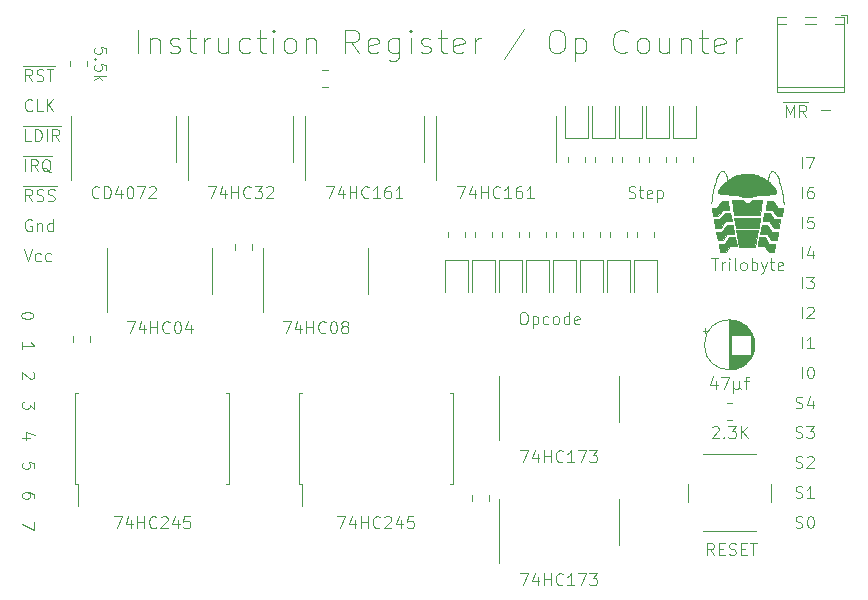
<source format=gbr>
%TF.GenerationSoftware,KiCad,Pcbnew,(6.0.0-0)*%
%TF.CreationDate,2022-08-12T08:36:24-04:00*%
%TF.ProjectId,inst-step-irq-decode,696e7374-2d73-4746-9570-2d6972712d64,rev?*%
%TF.SameCoordinates,Original*%
%TF.FileFunction,Legend,Top*%
%TF.FilePolarity,Positive*%
%FSLAX46Y46*%
G04 Gerber Fmt 4.6, Leading zero omitted, Abs format (unit mm)*
G04 Created by KiCad (PCBNEW (6.0.0-0)) date 2022-08-12 08:36:24*
%MOMM*%
%LPD*%
G01*
G04 APERTURE LIST*
%ADD10C,0.100000*%
%ADD11C,0.120000*%
%ADD12C,0.026458*%
G04 APERTURE END LIST*
D10*
X117562285Y-109649718D02*
X116895619Y-109649718D01*
X117943238Y-109411622D02*
X117228952Y-109173527D01*
X117228952Y-109792575D01*
X117666904Y-91194242D02*
X117571666Y-91146622D01*
X117428809Y-91146622D01*
X117285952Y-91194242D01*
X117190714Y-91289480D01*
X117143095Y-91384718D01*
X117095476Y-91575194D01*
X117095476Y-91718051D01*
X117143095Y-91908527D01*
X117190714Y-92003765D01*
X117285952Y-92099003D01*
X117428809Y-92146622D01*
X117524047Y-92146622D01*
X117666904Y-92099003D01*
X117714523Y-92051384D01*
X117714523Y-91718051D01*
X117524047Y-91718051D01*
X118143095Y-91479956D02*
X118143095Y-92146622D01*
X118143095Y-91575194D02*
X118190714Y-91527575D01*
X118285952Y-91479956D01*
X118428809Y-91479956D01*
X118524047Y-91527575D01*
X118571666Y-91622813D01*
X118571666Y-92146622D01*
X119476428Y-92146622D02*
X119476428Y-91146622D01*
X119476428Y-92099003D02*
X119381190Y-92146622D01*
X119190714Y-92146622D01*
X119095476Y-92099003D01*
X119047857Y-92051384D01*
X119000238Y-91956146D01*
X119000238Y-91670432D01*
X119047857Y-91575194D01*
X119095476Y-91527575D01*
X119190714Y-91479956D01*
X119381190Y-91479956D01*
X119476428Y-91527575D01*
X182894523Y-104622380D02*
X182894523Y-103622380D01*
X183561190Y-103622380D02*
X183656428Y-103622380D01*
X183751666Y-103670000D01*
X183799285Y-103717619D01*
X183846904Y-103812857D01*
X183894523Y-104003333D01*
X183894523Y-104241428D01*
X183846904Y-104431904D01*
X183799285Y-104527142D01*
X183751666Y-104574761D01*
X183656428Y-104622380D01*
X183561190Y-104622380D01*
X183465952Y-104574761D01*
X183418333Y-104527142D01*
X183370714Y-104431904D01*
X183323095Y-104241428D01*
X183323095Y-104003333D01*
X183370714Y-103812857D01*
X183418333Y-103717619D01*
X183465952Y-103670000D01*
X183561190Y-103622380D01*
X116905000Y-78164242D02*
X117905000Y-78164242D01*
X117714523Y-79446622D02*
X117381190Y-78970432D01*
X117143095Y-79446622D02*
X117143095Y-78446622D01*
X117524047Y-78446622D01*
X117619285Y-78494242D01*
X117666904Y-78541861D01*
X117714523Y-78637099D01*
X117714523Y-78779956D01*
X117666904Y-78875194D01*
X117619285Y-78922813D01*
X117524047Y-78970432D01*
X117143095Y-78970432D01*
X117905000Y-78164242D02*
X118857380Y-78164242D01*
X118095476Y-79399003D02*
X118238333Y-79446622D01*
X118476428Y-79446622D01*
X118571666Y-79399003D01*
X118619285Y-79351384D01*
X118666904Y-79256146D01*
X118666904Y-79160908D01*
X118619285Y-79065670D01*
X118571666Y-79018051D01*
X118476428Y-78970432D01*
X118285952Y-78922813D01*
X118190714Y-78875194D01*
X118143095Y-78827575D01*
X118095476Y-78732337D01*
X118095476Y-78637099D01*
X118143095Y-78541861D01*
X118190714Y-78494242D01*
X118285952Y-78446622D01*
X118524047Y-78446622D01*
X118666904Y-78494242D01*
X118857380Y-78164242D02*
X119619285Y-78164242D01*
X118952619Y-78446622D02*
X119524047Y-78446622D01*
X119238333Y-79446622D02*
X119238333Y-78446622D01*
X182894523Y-89382380D02*
X182894523Y-88382380D01*
X183799285Y-88382380D02*
X183608809Y-88382380D01*
X183513571Y-88430000D01*
X183465952Y-88477619D01*
X183370714Y-88620476D01*
X183323095Y-88810952D01*
X183323095Y-89191904D01*
X183370714Y-89287142D01*
X183418333Y-89334761D01*
X183513571Y-89382380D01*
X183704047Y-89382380D01*
X183799285Y-89334761D01*
X183846904Y-89287142D01*
X183894523Y-89191904D01*
X183894523Y-88953809D01*
X183846904Y-88858571D01*
X183799285Y-88810952D01*
X183704047Y-88763333D01*
X183513571Y-88763333D01*
X183418333Y-88810952D01*
X183370714Y-88858571D01*
X183323095Y-88953809D01*
X182894523Y-97002380D02*
X182894523Y-96002380D01*
X183275476Y-96002380D02*
X183894523Y-96002380D01*
X183561190Y-96383333D01*
X183704047Y-96383333D01*
X183799285Y-96430952D01*
X183846904Y-96478571D01*
X183894523Y-96573809D01*
X183894523Y-96811904D01*
X183846904Y-96907142D01*
X183799285Y-96954761D01*
X183704047Y-97002380D01*
X183418333Y-97002380D01*
X183323095Y-96954761D01*
X183275476Y-96907142D01*
X117000238Y-93686622D02*
X117333571Y-94686622D01*
X117666904Y-93686622D01*
X118428809Y-94639003D02*
X118333571Y-94686622D01*
X118143095Y-94686622D01*
X118047857Y-94639003D01*
X118000238Y-94591384D01*
X117952619Y-94496146D01*
X117952619Y-94210432D01*
X118000238Y-94115194D01*
X118047857Y-94067575D01*
X118143095Y-94019956D01*
X118333571Y-94019956D01*
X118428809Y-94067575D01*
X119285952Y-94639003D02*
X119190714Y-94686622D01*
X119000238Y-94686622D01*
X118905000Y-94639003D01*
X118857380Y-94591384D01*
X118809761Y-94496146D01*
X118809761Y-94210432D01*
X118857380Y-94115194D01*
X118905000Y-94067575D01*
X119000238Y-94019956D01*
X119190714Y-94019956D01*
X119285952Y-94067575D01*
X153710095Y-88352622D02*
X154376761Y-88352622D01*
X153948190Y-89352622D01*
X155186285Y-88685956D02*
X155186285Y-89352622D01*
X154948190Y-88305003D02*
X154710095Y-89019289D01*
X155329142Y-89019289D01*
X155710095Y-89352622D02*
X155710095Y-88352622D01*
X155710095Y-88828813D02*
X156281523Y-88828813D01*
X156281523Y-89352622D02*
X156281523Y-88352622D01*
X157329142Y-89257384D02*
X157281523Y-89305003D01*
X157138666Y-89352622D01*
X157043428Y-89352622D01*
X156900571Y-89305003D01*
X156805333Y-89209765D01*
X156757714Y-89114527D01*
X156710095Y-88924051D01*
X156710095Y-88781194D01*
X156757714Y-88590718D01*
X156805333Y-88495480D01*
X156900571Y-88400242D01*
X157043428Y-88352622D01*
X157138666Y-88352622D01*
X157281523Y-88400242D01*
X157329142Y-88447861D01*
X158281523Y-89352622D02*
X157710095Y-89352622D01*
X157995809Y-89352622D02*
X157995809Y-88352622D01*
X157900571Y-88495480D01*
X157805333Y-88590718D01*
X157710095Y-88638337D01*
X159138666Y-88352622D02*
X158948190Y-88352622D01*
X158852952Y-88400242D01*
X158805333Y-88447861D01*
X158710095Y-88590718D01*
X158662476Y-88781194D01*
X158662476Y-89162146D01*
X158710095Y-89257384D01*
X158757714Y-89305003D01*
X158852952Y-89352622D01*
X159043428Y-89352622D01*
X159138666Y-89305003D01*
X159186285Y-89257384D01*
X159233904Y-89162146D01*
X159233904Y-88924051D01*
X159186285Y-88828813D01*
X159138666Y-88781194D01*
X159043428Y-88733575D01*
X158852952Y-88733575D01*
X158757714Y-88781194D01*
X158710095Y-88828813D01*
X158662476Y-88924051D01*
X160186285Y-89352622D02*
X159614857Y-89352622D01*
X159900571Y-89352622D02*
X159900571Y-88352622D01*
X159805333Y-88495480D01*
X159710095Y-88590718D01*
X159614857Y-88638337D01*
X182370714Y-117239761D02*
X182513571Y-117287380D01*
X182751666Y-117287380D01*
X182846904Y-117239761D01*
X182894523Y-117192142D01*
X182942142Y-117096904D01*
X182942142Y-117001666D01*
X182894523Y-116906428D01*
X182846904Y-116858809D01*
X182751666Y-116811190D01*
X182561190Y-116763571D01*
X182465952Y-116715952D01*
X182418333Y-116668333D01*
X182370714Y-116573095D01*
X182370714Y-116477857D01*
X182418333Y-116382619D01*
X182465952Y-116335000D01*
X182561190Y-116287380D01*
X182799285Y-116287380D01*
X182942142Y-116335000D01*
X183561190Y-116287380D02*
X183656428Y-116287380D01*
X183751666Y-116335000D01*
X183799285Y-116382619D01*
X183846904Y-116477857D01*
X183894523Y-116668333D01*
X183894523Y-116906428D01*
X183846904Y-117096904D01*
X183799285Y-117192142D01*
X183751666Y-117239761D01*
X183656428Y-117287380D01*
X183561190Y-117287380D01*
X183465952Y-117239761D01*
X183418333Y-117192142D01*
X183370714Y-117096904D01*
X183323095Y-116906428D01*
X183323095Y-116668333D01*
X183370714Y-116477857D01*
X183418333Y-116382619D01*
X183465952Y-116335000D01*
X183561190Y-116287380D01*
X182894523Y-102082380D02*
X182894523Y-101082380D01*
X183894523Y-102082380D02*
X183323095Y-102082380D01*
X183608809Y-102082380D02*
X183608809Y-101082380D01*
X183513571Y-101225238D01*
X183418333Y-101320476D01*
X183323095Y-101368095D01*
X116800380Y-99346861D02*
X116800380Y-99251622D01*
X116848000Y-99156384D01*
X116895619Y-99108765D01*
X116990857Y-99061146D01*
X117181333Y-99013527D01*
X117419428Y-99013527D01*
X117609904Y-99061146D01*
X117705142Y-99108765D01*
X117752761Y-99156384D01*
X117800380Y-99251622D01*
X117800380Y-99346861D01*
X117752761Y-99442099D01*
X117705142Y-99489718D01*
X117609904Y-99537337D01*
X117419428Y-99584956D01*
X117181333Y-99584956D01*
X116990857Y-99537337D01*
X116895619Y-99489718D01*
X116848000Y-99442099D01*
X116800380Y-99346861D01*
X181300571Y-81212000D02*
X182443428Y-81212000D01*
X181538666Y-82494380D02*
X181538666Y-81494380D01*
X181872000Y-82208666D01*
X182205333Y-81494380D01*
X182205333Y-82494380D01*
X182443428Y-81212000D02*
X183443428Y-81212000D01*
X183252952Y-82494380D02*
X182919619Y-82018190D01*
X182681523Y-82494380D02*
X182681523Y-81494380D01*
X183062476Y-81494380D01*
X183157714Y-81542000D01*
X183205333Y-81589619D01*
X183252952Y-81684857D01*
X183252952Y-81827714D01*
X183205333Y-81922952D01*
X183157714Y-81970571D01*
X183062476Y-82018190D01*
X182681523Y-82018190D01*
X116905000Y-88324242D02*
X117905000Y-88324242D01*
X117714523Y-89606622D02*
X117381190Y-89130432D01*
X117143095Y-89606622D02*
X117143095Y-88606622D01*
X117524047Y-88606622D01*
X117619285Y-88654242D01*
X117666904Y-88701861D01*
X117714523Y-88797099D01*
X117714523Y-88939956D01*
X117666904Y-89035194D01*
X117619285Y-89082813D01*
X117524047Y-89130432D01*
X117143095Y-89130432D01*
X117905000Y-88324242D02*
X118857380Y-88324242D01*
X118095476Y-89559003D02*
X118238333Y-89606622D01*
X118476428Y-89606622D01*
X118571666Y-89559003D01*
X118619285Y-89511384D01*
X118666904Y-89416146D01*
X118666904Y-89320908D01*
X118619285Y-89225670D01*
X118571666Y-89178051D01*
X118476428Y-89130432D01*
X118285952Y-89082813D01*
X118190714Y-89035194D01*
X118143095Y-88987575D01*
X118095476Y-88892337D01*
X118095476Y-88797099D01*
X118143095Y-88701861D01*
X118190714Y-88654242D01*
X118285952Y-88606622D01*
X118524047Y-88606622D01*
X118666904Y-88654242D01*
X118857380Y-88324242D02*
X119809761Y-88324242D01*
X119047857Y-89559003D02*
X119190714Y-89606622D01*
X119428809Y-89606622D01*
X119524047Y-89559003D01*
X119571666Y-89511384D01*
X119619285Y-89416146D01*
X119619285Y-89320908D01*
X119571666Y-89225670D01*
X119524047Y-89178051D01*
X119428809Y-89130432D01*
X119238333Y-89082813D01*
X119143095Y-89035194D01*
X119095476Y-88987575D01*
X119047857Y-88892337D01*
X119047857Y-88797099D01*
X119095476Y-88701861D01*
X119143095Y-88654242D01*
X119238333Y-88606622D01*
X119476428Y-88606622D01*
X119619285Y-88654242D01*
X117800380Y-104093527D02*
X117848000Y-104141146D01*
X117895619Y-104236384D01*
X117895619Y-104474480D01*
X117848000Y-104569718D01*
X117800380Y-104617337D01*
X117705142Y-104664956D01*
X117609904Y-104664956D01*
X117467047Y-104617337D01*
X116895619Y-104045908D01*
X116895619Y-104664956D01*
X116905000Y-83244242D02*
X117714523Y-83244242D01*
X117619285Y-84526622D02*
X117143095Y-84526622D01*
X117143095Y-83526622D01*
X117714523Y-83244242D02*
X118714523Y-83244242D01*
X117952619Y-84526622D02*
X117952619Y-83526622D01*
X118190714Y-83526622D01*
X118333571Y-83574242D01*
X118428809Y-83669480D01*
X118476428Y-83764718D01*
X118524047Y-83955194D01*
X118524047Y-84098051D01*
X118476428Y-84288527D01*
X118428809Y-84383765D01*
X118333571Y-84479003D01*
X118190714Y-84526622D01*
X117952619Y-84526622D01*
X118714523Y-83244242D02*
X119190714Y-83244242D01*
X118952619Y-84526622D02*
X118952619Y-83526622D01*
X119190714Y-83244242D02*
X120190714Y-83244242D01*
X120000238Y-84526622D02*
X119666904Y-84050432D01*
X119428809Y-84526622D02*
X119428809Y-83526622D01*
X119809761Y-83526622D01*
X119905000Y-83574242D01*
X119952619Y-83621861D01*
X120000238Y-83717099D01*
X120000238Y-83859956D01*
X119952619Y-83955194D01*
X119905000Y-84002813D01*
X119809761Y-84050432D01*
X119428809Y-84050432D01*
X117895619Y-112237337D02*
X117895619Y-111761146D01*
X117419428Y-111713527D01*
X117467047Y-111761146D01*
X117514666Y-111856384D01*
X117514666Y-112094480D01*
X117467047Y-112189718D01*
X117419428Y-112237337D01*
X117324190Y-112284956D01*
X117086095Y-112284956D01*
X116990857Y-112237337D01*
X116943238Y-112189718D01*
X116895619Y-112094480D01*
X116895619Y-111856384D01*
X116943238Y-111761146D01*
X116990857Y-111713527D01*
X182370714Y-114699761D02*
X182513571Y-114747380D01*
X182751666Y-114747380D01*
X182846904Y-114699761D01*
X182894523Y-114652142D01*
X182942142Y-114556904D01*
X182942142Y-114461666D01*
X182894523Y-114366428D01*
X182846904Y-114318809D01*
X182751666Y-114271190D01*
X182561190Y-114223571D01*
X182465952Y-114175952D01*
X182418333Y-114128333D01*
X182370714Y-114033095D01*
X182370714Y-113937857D01*
X182418333Y-113842619D01*
X182465952Y-113795000D01*
X182561190Y-113747380D01*
X182799285Y-113747380D01*
X182942142Y-113795000D01*
X183894523Y-114747380D02*
X183323095Y-114747380D01*
X183608809Y-114747380D02*
X183608809Y-113747380D01*
X183513571Y-113890238D01*
X183418333Y-113985476D01*
X183323095Y-114033095D01*
X117714523Y-81891384D02*
X117666904Y-81939003D01*
X117524047Y-81986622D01*
X117428809Y-81986622D01*
X117285952Y-81939003D01*
X117190714Y-81843765D01*
X117143095Y-81748527D01*
X117095476Y-81558051D01*
X117095476Y-81415194D01*
X117143095Y-81224718D01*
X117190714Y-81129480D01*
X117285952Y-81034242D01*
X117428809Y-80986622D01*
X117524047Y-80986622D01*
X117666904Y-81034242D01*
X117714523Y-81081861D01*
X118619285Y-81986622D02*
X118143095Y-81986622D01*
X118143095Y-80986622D01*
X118952619Y-81986622D02*
X118952619Y-80986622D01*
X119524047Y-81986622D02*
X119095476Y-81415194D01*
X119524047Y-80986622D02*
X118952619Y-81558051D01*
X182894523Y-94462380D02*
X182894523Y-93462380D01*
X183799285Y-93795714D02*
X183799285Y-94462380D01*
X183561190Y-93414761D02*
X183323095Y-94129047D01*
X183942142Y-94129047D01*
X182370714Y-112159761D02*
X182513571Y-112207380D01*
X182751666Y-112207380D01*
X182846904Y-112159761D01*
X182894523Y-112112142D01*
X182942142Y-112016904D01*
X182942142Y-111921666D01*
X182894523Y-111826428D01*
X182846904Y-111778809D01*
X182751666Y-111731190D01*
X182561190Y-111683571D01*
X182465952Y-111635952D01*
X182418333Y-111588333D01*
X182370714Y-111493095D01*
X182370714Y-111397857D01*
X182418333Y-111302619D01*
X182465952Y-111255000D01*
X182561190Y-111207380D01*
X182799285Y-111207380D01*
X182942142Y-111255000D01*
X183323095Y-111302619D02*
X183370714Y-111255000D01*
X183465952Y-111207380D01*
X183704047Y-111207380D01*
X183799285Y-111255000D01*
X183846904Y-111302619D01*
X183894523Y-111397857D01*
X183894523Y-111493095D01*
X183846904Y-111635952D01*
X183275476Y-112207380D01*
X183894523Y-112207380D01*
X175212761Y-94448622D02*
X175784190Y-94448622D01*
X175498476Y-95448622D02*
X175498476Y-94448622D01*
X176117523Y-95448622D02*
X176117523Y-94781956D01*
X176117523Y-94972432D02*
X176165142Y-94877194D01*
X176212761Y-94829575D01*
X176308000Y-94781956D01*
X176403238Y-94781956D01*
X176736571Y-95448622D02*
X176736571Y-94781956D01*
X176736571Y-94448622D02*
X176688952Y-94496242D01*
X176736571Y-94543861D01*
X176784190Y-94496242D01*
X176736571Y-94448622D01*
X176736571Y-94543861D01*
X177355619Y-95448622D02*
X177260380Y-95401003D01*
X177212761Y-95305765D01*
X177212761Y-94448622D01*
X177879428Y-95448622D02*
X177784190Y-95401003D01*
X177736571Y-95353384D01*
X177688952Y-95258146D01*
X177688952Y-94972432D01*
X177736571Y-94877194D01*
X177784190Y-94829575D01*
X177879428Y-94781956D01*
X178022285Y-94781956D01*
X178117523Y-94829575D01*
X178165142Y-94877194D01*
X178212761Y-94972432D01*
X178212761Y-95258146D01*
X178165142Y-95353384D01*
X178117523Y-95401003D01*
X178022285Y-95448622D01*
X177879428Y-95448622D01*
X178641333Y-95448622D02*
X178641333Y-94448622D01*
X178641333Y-94829575D02*
X178736571Y-94781956D01*
X178927047Y-94781956D01*
X179022285Y-94829575D01*
X179069904Y-94877194D01*
X179117523Y-94972432D01*
X179117523Y-95258146D01*
X179069904Y-95353384D01*
X179022285Y-95401003D01*
X178927047Y-95448622D01*
X178736571Y-95448622D01*
X178641333Y-95401003D01*
X179450857Y-94781956D02*
X179688952Y-95448622D01*
X179927047Y-94781956D02*
X179688952Y-95448622D01*
X179593714Y-95686718D01*
X179546095Y-95734337D01*
X179450857Y-95781956D01*
X180165142Y-94781956D02*
X180546095Y-94781956D01*
X180308000Y-94448622D02*
X180308000Y-95305765D01*
X180355619Y-95401003D01*
X180450857Y-95448622D01*
X180546095Y-95448622D01*
X181260380Y-95401003D02*
X181165142Y-95448622D01*
X180974666Y-95448622D01*
X180879428Y-95401003D01*
X180831809Y-95305765D01*
X180831809Y-94924813D01*
X180879428Y-94829575D01*
X180974666Y-94781956D01*
X181165142Y-94781956D01*
X181260380Y-94829575D01*
X181308000Y-94924813D01*
X181308000Y-95020051D01*
X180831809Y-95115289D01*
X117895619Y-106585908D02*
X117895619Y-107204956D01*
X117514666Y-106871622D01*
X117514666Y-107014480D01*
X117467047Y-107109718D01*
X117419428Y-107157337D01*
X117324190Y-107204956D01*
X117086095Y-107204956D01*
X116990857Y-107157337D01*
X116943238Y-107109718D01*
X116895619Y-107014480D01*
X116895619Y-106728765D01*
X116943238Y-106633527D01*
X116990857Y-106585908D01*
X117895619Y-116745908D02*
X117895619Y-117412575D01*
X116895619Y-116984003D01*
X182894523Y-91922380D02*
X182894523Y-90922380D01*
X183846904Y-90922380D02*
X183370714Y-90922380D01*
X183323095Y-91398571D01*
X183370714Y-91350952D01*
X183465952Y-91303333D01*
X183704047Y-91303333D01*
X183799285Y-91350952D01*
X183846904Y-91398571D01*
X183894523Y-91493809D01*
X183894523Y-91731904D01*
X183846904Y-91827142D01*
X183799285Y-91874761D01*
X183704047Y-91922380D01*
X183465952Y-91922380D01*
X183370714Y-91874761D01*
X183323095Y-91827142D01*
X182370714Y-109619761D02*
X182513571Y-109667380D01*
X182751666Y-109667380D01*
X182846904Y-109619761D01*
X182894523Y-109572142D01*
X182942142Y-109476904D01*
X182942142Y-109381666D01*
X182894523Y-109286428D01*
X182846904Y-109238809D01*
X182751666Y-109191190D01*
X182561190Y-109143571D01*
X182465952Y-109095952D01*
X182418333Y-109048333D01*
X182370714Y-108953095D01*
X182370714Y-108857857D01*
X182418333Y-108762619D01*
X182465952Y-108715000D01*
X182561190Y-108667380D01*
X182799285Y-108667380D01*
X182942142Y-108715000D01*
X183275476Y-108667380D02*
X183894523Y-108667380D01*
X183561190Y-109048333D01*
X183704047Y-109048333D01*
X183799285Y-109095952D01*
X183846904Y-109143571D01*
X183894523Y-109238809D01*
X183894523Y-109476904D01*
X183846904Y-109572142D01*
X183799285Y-109619761D01*
X183704047Y-109667380D01*
X183418333Y-109667380D01*
X183323095Y-109619761D01*
X183275476Y-109572142D01*
X116895619Y-102124956D02*
X116895619Y-101553527D01*
X116895619Y-101839242D02*
X117895619Y-101839242D01*
X117752761Y-101744003D01*
X117657523Y-101648765D01*
X117609904Y-101553527D01*
X159234476Y-99020380D02*
X159424952Y-99020380D01*
X159520190Y-99068000D01*
X159615428Y-99163238D01*
X159663047Y-99353714D01*
X159663047Y-99687047D01*
X159615428Y-99877523D01*
X159520190Y-99972761D01*
X159424952Y-100020380D01*
X159234476Y-100020380D01*
X159139238Y-99972761D01*
X159044000Y-99877523D01*
X158996380Y-99687047D01*
X158996380Y-99353714D01*
X159044000Y-99163238D01*
X159139238Y-99068000D01*
X159234476Y-99020380D01*
X160091619Y-99353714D02*
X160091619Y-100353714D01*
X160091619Y-99401333D02*
X160186857Y-99353714D01*
X160377333Y-99353714D01*
X160472571Y-99401333D01*
X160520190Y-99448952D01*
X160567809Y-99544190D01*
X160567809Y-99829904D01*
X160520190Y-99925142D01*
X160472571Y-99972761D01*
X160377333Y-100020380D01*
X160186857Y-100020380D01*
X160091619Y-99972761D01*
X161424952Y-99972761D02*
X161329714Y-100020380D01*
X161139238Y-100020380D01*
X161044000Y-99972761D01*
X160996380Y-99925142D01*
X160948761Y-99829904D01*
X160948761Y-99544190D01*
X160996380Y-99448952D01*
X161044000Y-99401333D01*
X161139238Y-99353714D01*
X161329714Y-99353714D01*
X161424952Y-99401333D01*
X161996380Y-100020380D02*
X161901142Y-99972761D01*
X161853523Y-99925142D01*
X161805904Y-99829904D01*
X161805904Y-99544190D01*
X161853523Y-99448952D01*
X161901142Y-99401333D01*
X161996380Y-99353714D01*
X162139238Y-99353714D01*
X162234476Y-99401333D01*
X162282095Y-99448952D01*
X162329714Y-99544190D01*
X162329714Y-99829904D01*
X162282095Y-99925142D01*
X162234476Y-99972761D01*
X162139238Y-100020380D01*
X161996380Y-100020380D01*
X163186857Y-100020380D02*
X163186857Y-99020380D01*
X163186857Y-99972761D02*
X163091619Y-100020380D01*
X162901142Y-100020380D01*
X162805904Y-99972761D01*
X162758285Y-99925142D01*
X162710666Y-99829904D01*
X162710666Y-99544190D01*
X162758285Y-99448952D01*
X162805904Y-99401333D01*
X162901142Y-99353714D01*
X163091619Y-99353714D01*
X163186857Y-99401333D01*
X164044000Y-99972761D02*
X163948761Y-100020380D01*
X163758285Y-100020380D01*
X163663047Y-99972761D01*
X163615428Y-99877523D01*
X163615428Y-99496571D01*
X163663047Y-99401333D01*
X163758285Y-99353714D01*
X163948761Y-99353714D01*
X164044000Y-99401333D01*
X164091619Y-99496571D01*
X164091619Y-99591809D01*
X163615428Y-99687047D01*
X182894523Y-86842380D02*
X182894523Y-85842380D01*
X183275476Y-85842380D02*
X183942142Y-85842380D01*
X183513571Y-86842380D01*
X117895619Y-114729718D02*
X117895619Y-114539242D01*
X117848000Y-114444003D01*
X117800380Y-114396384D01*
X117657523Y-114301146D01*
X117467047Y-114253527D01*
X117086095Y-114253527D01*
X116990857Y-114301146D01*
X116943238Y-114348765D01*
X116895619Y-114444003D01*
X116895619Y-114634480D01*
X116943238Y-114729718D01*
X116990857Y-114777337D01*
X117086095Y-114824956D01*
X117324190Y-114824956D01*
X117419428Y-114777337D01*
X117467047Y-114729718D01*
X117514666Y-114634480D01*
X117514666Y-114444003D01*
X117467047Y-114348765D01*
X117419428Y-114301146D01*
X117324190Y-114253527D01*
X126717428Y-77105003D02*
X126717428Y-75105003D01*
X127669809Y-75771670D02*
X127669809Y-77105003D01*
X127669809Y-75962146D02*
X127765047Y-75866908D01*
X127955523Y-75771670D01*
X128241238Y-75771670D01*
X128431714Y-75866908D01*
X128526952Y-76057384D01*
X128526952Y-77105003D01*
X129384095Y-77009765D02*
X129574571Y-77105003D01*
X129955523Y-77105003D01*
X130146000Y-77009765D01*
X130241238Y-76819289D01*
X130241238Y-76724051D01*
X130146000Y-76533575D01*
X129955523Y-76438337D01*
X129669809Y-76438337D01*
X129479333Y-76343099D01*
X129384095Y-76152622D01*
X129384095Y-76057384D01*
X129479333Y-75866908D01*
X129669809Y-75771670D01*
X129955523Y-75771670D01*
X130146000Y-75866908D01*
X130812666Y-75771670D02*
X131574571Y-75771670D01*
X131098380Y-75105003D02*
X131098380Y-76819289D01*
X131193619Y-77009765D01*
X131384095Y-77105003D01*
X131574571Y-77105003D01*
X132241238Y-77105003D02*
X132241238Y-75771670D01*
X132241238Y-76152622D02*
X132336476Y-75962146D01*
X132431714Y-75866908D01*
X132622190Y-75771670D01*
X132812666Y-75771670D01*
X134336476Y-75771670D02*
X134336476Y-77105003D01*
X133479333Y-75771670D02*
X133479333Y-76819289D01*
X133574571Y-77009765D01*
X133765047Y-77105003D01*
X134050761Y-77105003D01*
X134241238Y-77009765D01*
X134336476Y-76914527D01*
X136146000Y-77009765D02*
X135955523Y-77105003D01*
X135574571Y-77105003D01*
X135384095Y-77009765D01*
X135288857Y-76914527D01*
X135193619Y-76724051D01*
X135193619Y-76152622D01*
X135288857Y-75962146D01*
X135384095Y-75866908D01*
X135574571Y-75771670D01*
X135955523Y-75771670D01*
X136146000Y-75866908D01*
X136717428Y-75771670D02*
X137479333Y-75771670D01*
X137003142Y-75105003D02*
X137003142Y-76819289D01*
X137098380Y-77009765D01*
X137288857Y-77105003D01*
X137479333Y-77105003D01*
X138146000Y-77105003D02*
X138146000Y-75771670D01*
X138146000Y-75105003D02*
X138050761Y-75200242D01*
X138146000Y-75295480D01*
X138241238Y-75200242D01*
X138146000Y-75105003D01*
X138146000Y-75295480D01*
X139384095Y-77105003D02*
X139193619Y-77009765D01*
X139098380Y-76914527D01*
X139003142Y-76724051D01*
X139003142Y-76152622D01*
X139098380Y-75962146D01*
X139193619Y-75866908D01*
X139384095Y-75771670D01*
X139669809Y-75771670D01*
X139860285Y-75866908D01*
X139955523Y-75962146D01*
X140050761Y-76152622D01*
X140050761Y-76724051D01*
X139955523Y-76914527D01*
X139860285Y-77009765D01*
X139669809Y-77105003D01*
X139384095Y-77105003D01*
X140907904Y-75771670D02*
X140907904Y-77105003D01*
X140907904Y-75962146D02*
X141003142Y-75866908D01*
X141193619Y-75771670D01*
X141479333Y-75771670D01*
X141669809Y-75866908D01*
X141765047Y-76057384D01*
X141765047Y-77105003D01*
X145384095Y-77105003D02*
X144717428Y-76152622D01*
X144241238Y-77105003D02*
X144241238Y-75105003D01*
X145003142Y-75105003D01*
X145193619Y-75200242D01*
X145288857Y-75295480D01*
X145384095Y-75485956D01*
X145384095Y-75771670D01*
X145288857Y-75962146D01*
X145193619Y-76057384D01*
X145003142Y-76152622D01*
X144241238Y-76152622D01*
X147003142Y-77009765D02*
X146812666Y-77105003D01*
X146431714Y-77105003D01*
X146241238Y-77009765D01*
X146146000Y-76819289D01*
X146146000Y-76057384D01*
X146241238Y-75866908D01*
X146431714Y-75771670D01*
X146812666Y-75771670D01*
X147003142Y-75866908D01*
X147098380Y-76057384D01*
X147098380Y-76247861D01*
X146146000Y-76438337D01*
X148812666Y-75771670D02*
X148812666Y-77390718D01*
X148717428Y-77581194D01*
X148622190Y-77676432D01*
X148431714Y-77771670D01*
X148146000Y-77771670D01*
X147955523Y-77676432D01*
X148812666Y-77009765D02*
X148622190Y-77105003D01*
X148241238Y-77105003D01*
X148050761Y-77009765D01*
X147955523Y-76914527D01*
X147860285Y-76724051D01*
X147860285Y-76152622D01*
X147955523Y-75962146D01*
X148050761Y-75866908D01*
X148241238Y-75771670D01*
X148622190Y-75771670D01*
X148812666Y-75866908D01*
X149765047Y-77105003D02*
X149765047Y-75771670D01*
X149765047Y-75105003D02*
X149669809Y-75200242D01*
X149765047Y-75295480D01*
X149860285Y-75200242D01*
X149765047Y-75105003D01*
X149765047Y-75295480D01*
X150622190Y-77009765D02*
X150812666Y-77105003D01*
X151193619Y-77105003D01*
X151384095Y-77009765D01*
X151479333Y-76819289D01*
X151479333Y-76724051D01*
X151384095Y-76533575D01*
X151193619Y-76438337D01*
X150907904Y-76438337D01*
X150717428Y-76343099D01*
X150622190Y-76152622D01*
X150622190Y-76057384D01*
X150717428Y-75866908D01*
X150907904Y-75771670D01*
X151193619Y-75771670D01*
X151384095Y-75866908D01*
X152050761Y-75771670D02*
X152812666Y-75771670D01*
X152336476Y-75105003D02*
X152336476Y-76819289D01*
X152431714Y-77009765D01*
X152622190Y-77105003D01*
X152812666Y-77105003D01*
X154241238Y-77009765D02*
X154050761Y-77105003D01*
X153669809Y-77105003D01*
X153479333Y-77009765D01*
X153384095Y-76819289D01*
X153384095Y-76057384D01*
X153479333Y-75866908D01*
X153669809Y-75771670D01*
X154050761Y-75771670D01*
X154241238Y-75866908D01*
X154336476Y-76057384D01*
X154336476Y-76247861D01*
X153384095Y-76438337D01*
X155193619Y-77105003D02*
X155193619Y-75771670D01*
X155193619Y-76152622D02*
X155288857Y-75962146D01*
X155384095Y-75866908D01*
X155574571Y-75771670D01*
X155765047Y-75771670D01*
X159384095Y-75009765D02*
X157669809Y-77581194D01*
X161955523Y-75105003D02*
X162336476Y-75105003D01*
X162526952Y-75200242D01*
X162717428Y-75390718D01*
X162812666Y-75771670D01*
X162812666Y-76438337D01*
X162717428Y-76819289D01*
X162526952Y-77009765D01*
X162336476Y-77105003D01*
X161955523Y-77105003D01*
X161765047Y-77009765D01*
X161574571Y-76819289D01*
X161479333Y-76438337D01*
X161479333Y-75771670D01*
X161574571Y-75390718D01*
X161765047Y-75200242D01*
X161955523Y-75105003D01*
X163669809Y-75771670D02*
X163669809Y-77771670D01*
X163669809Y-75866908D02*
X163860285Y-75771670D01*
X164241238Y-75771670D01*
X164431714Y-75866908D01*
X164526952Y-75962146D01*
X164622190Y-76152622D01*
X164622190Y-76724051D01*
X164526952Y-76914527D01*
X164431714Y-77009765D01*
X164241238Y-77105003D01*
X163860285Y-77105003D01*
X163669809Y-77009765D01*
X168146000Y-76914527D02*
X168050761Y-77009765D01*
X167765047Y-77105003D01*
X167574571Y-77105003D01*
X167288857Y-77009765D01*
X167098380Y-76819289D01*
X167003142Y-76628813D01*
X166907904Y-76247861D01*
X166907904Y-75962146D01*
X167003142Y-75581194D01*
X167098380Y-75390718D01*
X167288857Y-75200242D01*
X167574571Y-75105003D01*
X167765047Y-75105003D01*
X168050761Y-75200242D01*
X168146000Y-75295480D01*
X169288857Y-77105003D02*
X169098380Y-77009765D01*
X169003142Y-76914527D01*
X168907904Y-76724051D01*
X168907904Y-76152622D01*
X169003142Y-75962146D01*
X169098380Y-75866908D01*
X169288857Y-75771670D01*
X169574571Y-75771670D01*
X169765047Y-75866908D01*
X169860285Y-75962146D01*
X169955523Y-76152622D01*
X169955523Y-76724051D01*
X169860285Y-76914527D01*
X169765047Y-77009765D01*
X169574571Y-77105003D01*
X169288857Y-77105003D01*
X171669809Y-75771670D02*
X171669809Y-77105003D01*
X170812666Y-75771670D02*
X170812666Y-76819289D01*
X170907904Y-77009765D01*
X171098380Y-77105003D01*
X171384095Y-77105003D01*
X171574571Y-77009765D01*
X171669809Y-76914527D01*
X172622190Y-75771670D02*
X172622190Y-77105003D01*
X172622190Y-75962146D02*
X172717428Y-75866908D01*
X172907904Y-75771670D01*
X173193619Y-75771670D01*
X173384095Y-75866908D01*
X173479333Y-76057384D01*
X173479333Y-77105003D01*
X174145999Y-75771670D02*
X174907904Y-75771670D01*
X174431714Y-75105003D02*
X174431714Y-76819289D01*
X174526952Y-77009765D01*
X174717428Y-77105003D01*
X174907904Y-77105003D01*
X176336476Y-77009765D02*
X176145999Y-77105003D01*
X175765047Y-77105003D01*
X175574571Y-77009765D01*
X175479333Y-76819289D01*
X175479333Y-76057384D01*
X175574571Y-75866908D01*
X175765047Y-75771670D01*
X176145999Y-75771670D01*
X176336476Y-75866908D01*
X176431714Y-76057384D01*
X176431714Y-76247861D01*
X175479333Y-76438337D01*
X177288857Y-77105003D02*
X177288857Y-75771670D01*
X177288857Y-76152622D02*
X177384095Y-75962146D01*
X177479333Y-75866908D01*
X177669809Y-75771670D01*
X177860285Y-75771670D01*
X182894523Y-99542380D02*
X182894523Y-98542380D01*
X183323095Y-98637619D02*
X183370714Y-98590000D01*
X183465952Y-98542380D01*
X183704047Y-98542380D01*
X183799285Y-98590000D01*
X183846904Y-98637619D01*
X183894523Y-98732857D01*
X183894523Y-98828095D01*
X183846904Y-98970952D01*
X183275476Y-99542380D01*
X183894523Y-99542380D01*
X182370714Y-107114761D02*
X182513571Y-107162380D01*
X182751666Y-107162380D01*
X182846904Y-107114761D01*
X182894523Y-107067142D01*
X182942142Y-106971904D01*
X182942142Y-106876666D01*
X182894523Y-106781428D01*
X182846904Y-106733809D01*
X182751666Y-106686190D01*
X182561190Y-106638571D01*
X182465952Y-106590952D01*
X182418333Y-106543333D01*
X182370714Y-106448095D01*
X182370714Y-106352857D01*
X182418333Y-106257619D01*
X182465952Y-106210000D01*
X182561190Y-106162380D01*
X182799285Y-106162380D01*
X182942142Y-106210000D01*
X183799285Y-106495714D02*
X183799285Y-107162380D01*
X183561190Y-106114761D02*
X183323095Y-106829047D01*
X183942142Y-106829047D01*
X116905000Y-85784242D02*
X117381190Y-85784242D01*
X117143095Y-87066622D02*
X117143095Y-86066622D01*
X117381190Y-85784242D02*
X118381190Y-85784242D01*
X118190714Y-87066622D02*
X117857380Y-86590432D01*
X117619285Y-87066622D02*
X117619285Y-86066622D01*
X118000238Y-86066622D01*
X118095476Y-86114242D01*
X118143095Y-86161861D01*
X118190714Y-86257099D01*
X118190714Y-86399956D01*
X118143095Y-86495194D01*
X118095476Y-86542813D01*
X118000238Y-86590432D01*
X117619285Y-86590432D01*
X118381190Y-85784242D02*
X119428809Y-85784242D01*
X119285952Y-87161861D02*
X119190714Y-87114242D01*
X119095476Y-87019003D01*
X118952619Y-86876146D01*
X118857380Y-86828527D01*
X118762142Y-86828527D01*
X118809761Y-87066622D02*
X118714523Y-87019003D01*
X118619285Y-86923765D01*
X118571666Y-86733289D01*
X118571666Y-86399956D01*
X118619285Y-86209480D01*
X118714523Y-86114242D01*
X118809761Y-86066622D01*
X119000238Y-86066622D01*
X119095476Y-86114242D01*
X119190714Y-86209480D01*
X119238333Y-86399956D01*
X119238333Y-86733289D01*
X119190714Y-86923765D01*
X119095476Y-87019003D01*
X119000238Y-87066622D01*
X118809761Y-87066622D01*
X168219619Y-89305003D02*
X168362476Y-89352622D01*
X168600571Y-89352622D01*
X168695809Y-89305003D01*
X168743428Y-89257384D01*
X168791047Y-89162146D01*
X168791047Y-89066908D01*
X168743428Y-88971670D01*
X168695809Y-88924051D01*
X168600571Y-88876432D01*
X168410095Y-88828813D01*
X168314857Y-88781194D01*
X168267238Y-88733575D01*
X168219619Y-88638337D01*
X168219619Y-88543099D01*
X168267238Y-88447861D01*
X168314857Y-88400242D01*
X168410095Y-88352622D01*
X168648190Y-88352622D01*
X168791047Y-88400242D01*
X169076761Y-88685956D02*
X169457714Y-88685956D01*
X169219619Y-88352622D02*
X169219619Y-89209765D01*
X169267238Y-89305003D01*
X169362476Y-89352622D01*
X169457714Y-89352622D01*
X170172000Y-89305003D02*
X170076761Y-89352622D01*
X169886285Y-89352622D01*
X169791047Y-89305003D01*
X169743428Y-89209765D01*
X169743428Y-88828813D01*
X169791047Y-88733575D01*
X169886285Y-88685956D01*
X170076761Y-88685956D01*
X170172000Y-88733575D01*
X170219619Y-88828813D01*
X170219619Y-88924051D01*
X169743428Y-89019289D01*
X170648190Y-88685956D02*
X170648190Y-89685956D01*
X170648190Y-88733575D02*
X170743428Y-88685956D01*
X170933904Y-88685956D01*
X171029142Y-88733575D01*
X171076761Y-88781194D01*
X171124380Y-88876432D01*
X171124380Y-89162146D01*
X171076761Y-89257384D01*
X171029142Y-89305003D01*
X170933904Y-89352622D01*
X170743428Y-89352622D01*
X170648190Y-89305003D01*
X184531047Y-81859428D02*
X185292952Y-81859428D01*
%TO.C,R1*%
X123991619Y-77097289D02*
X123991619Y-76621099D01*
X123515428Y-76573480D01*
X123563047Y-76621099D01*
X123610666Y-76716337D01*
X123610666Y-76954432D01*
X123563047Y-77049670D01*
X123515428Y-77097289D01*
X123420190Y-77144908D01*
X123182095Y-77144908D01*
X123086857Y-77097289D01*
X123039238Y-77049670D01*
X122991619Y-76954432D01*
X122991619Y-76716337D01*
X123039238Y-76621099D01*
X123086857Y-76573480D01*
X123086857Y-77573480D02*
X123039238Y-77621099D01*
X122991619Y-77573480D01*
X123039238Y-77525861D01*
X123086857Y-77573480D01*
X122991619Y-77573480D01*
X123991619Y-78525861D02*
X123991619Y-78049670D01*
X123515428Y-78002051D01*
X123563047Y-78049670D01*
X123610666Y-78144908D01*
X123610666Y-78383003D01*
X123563047Y-78478242D01*
X123515428Y-78525861D01*
X123420190Y-78573480D01*
X123182095Y-78573480D01*
X123086857Y-78525861D01*
X123039238Y-78478242D01*
X122991619Y-78383003D01*
X122991619Y-78144908D01*
X123039238Y-78049670D01*
X123086857Y-78002051D01*
X122991619Y-79002051D02*
X123991619Y-79002051D01*
X123372571Y-79097289D02*
X122991619Y-79383003D01*
X123658285Y-79383003D02*
X123277333Y-79002051D01*
%TO.C,U5*%
X138946285Y-99782622D02*
X139612952Y-99782622D01*
X139184380Y-100782622D01*
X140422476Y-100115956D02*
X140422476Y-100782622D01*
X140184380Y-99735003D02*
X139946285Y-100449289D01*
X140565333Y-100449289D01*
X140946285Y-100782622D02*
X140946285Y-99782622D01*
X140946285Y-100258813D02*
X141517714Y-100258813D01*
X141517714Y-100782622D02*
X141517714Y-99782622D01*
X142565333Y-100687384D02*
X142517714Y-100735003D01*
X142374857Y-100782622D01*
X142279619Y-100782622D01*
X142136761Y-100735003D01*
X142041523Y-100639765D01*
X141993904Y-100544527D01*
X141946285Y-100354051D01*
X141946285Y-100211194D01*
X141993904Y-100020718D01*
X142041523Y-99925480D01*
X142136761Y-99830242D01*
X142279619Y-99782622D01*
X142374857Y-99782622D01*
X142517714Y-99830242D01*
X142565333Y-99877861D01*
X143184380Y-99782622D02*
X143279619Y-99782622D01*
X143374857Y-99830242D01*
X143422476Y-99877861D01*
X143470095Y-99973099D01*
X143517714Y-100163575D01*
X143517714Y-100401670D01*
X143470095Y-100592146D01*
X143422476Y-100687384D01*
X143374857Y-100735003D01*
X143279619Y-100782622D01*
X143184380Y-100782622D01*
X143089142Y-100735003D01*
X143041523Y-100687384D01*
X142993904Y-100592146D01*
X142946285Y-100401670D01*
X142946285Y-100163575D01*
X142993904Y-99973099D01*
X143041523Y-99877861D01*
X143089142Y-99830242D01*
X143184380Y-99782622D01*
X144089142Y-100211194D02*
X143993904Y-100163575D01*
X143946285Y-100115956D01*
X143898666Y-100020718D01*
X143898666Y-99973099D01*
X143946285Y-99877861D01*
X143993904Y-99830242D01*
X144089142Y-99782622D01*
X144279619Y-99782622D01*
X144374857Y-99830242D01*
X144422476Y-99877861D01*
X144470095Y-99973099D01*
X144470095Y-100020718D01*
X144422476Y-100115956D01*
X144374857Y-100163575D01*
X144279619Y-100211194D01*
X144089142Y-100211194D01*
X143993904Y-100258813D01*
X143946285Y-100306432D01*
X143898666Y-100401670D01*
X143898666Y-100592146D01*
X143946285Y-100687384D01*
X143993904Y-100735003D01*
X144089142Y-100782622D01*
X144279619Y-100782622D01*
X144374857Y-100735003D01*
X144422476Y-100687384D01*
X144470095Y-100592146D01*
X144470095Y-100401670D01*
X144422476Y-100306432D01*
X144374857Y-100258813D01*
X144279619Y-100211194D01*
%TO.C,U4*%
X132596285Y-88352622D02*
X133262952Y-88352622D01*
X132834380Y-89352622D01*
X134072476Y-88685956D02*
X134072476Y-89352622D01*
X133834380Y-88305003D02*
X133596285Y-89019289D01*
X134215333Y-89019289D01*
X134596285Y-89352622D02*
X134596285Y-88352622D01*
X134596285Y-88828813D02*
X135167714Y-88828813D01*
X135167714Y-89352622D02*
X135167714Y-88352622D01*
X136215333Y-89257384D02*
X136167714Y-89305003D01*
X136024857Y-89352622D01*
X135929619Y-89352622D01*
X135786761Y-89305003D01*
X135691523Y-89209765D01*
X135643904Y-89114527D01*
X135596285Y-88924051D01*
X135596285Y-88781194D01*
X135643904Y-88590718D01*
X135691523Y-88495480D01*
X135786761Y-88400242D01*
X135929619Y-88352622D01*
X136024857Y-88352622D01*
X136167714Y-88400242D01*
X136215333Y-88447861D01*
X136548666Y-88352622D02*
X137167714Y-88352622D01*
X136834380Y-88733575D01*
X136977238Y-88733575D01*
X137072476Y-88781194D01*
X137120095Y-88828813D01*
X137167714Y-88924051D01*
X137167714Y-89162146D01*
X137120095Y-89257384D01*
X137072476Y-89305003D01*
X136977238Y-89352622D01*
X136691523Y-89352622D01*
X136596285Y-89305003D01*
X136548666Y-89257384D01*
X137548666Y-88447861D02*
X137596285Y-88400242D01*
X137691523Y-88352622D01*
X137929619Y-88352622D01*
X138024857Y-88400242D01*
X138072476Y-88447861D01*
X138120095Y-88543099D01*
X138120095Y-88638337D01*
X138072476Y-88781194D01*
X137501047Y-89352622D01*
X138120095Y-89352622D01*
%TO.C,U8*%
X159044095Y-121118622D02*
X159710761Y-121118622D01*
X159282190Y-122118622D01*
X160520285Y-121451956D02*
X160520285Y-122118622D01*
X160282190Y-121071003D02*
X160044095Y-121785289D01*
X160663142Y-121785289D01*
X161044095Y-122118622D02*
X161044095Y-121118622D01*
X161044095Y-121594813D02*
X161615523Y-121594813D01*
X161615523Y-122118622D02*
X161615523Y-121118622D01*
X162663142Y-122023384D02*
X162615523Y-122071003D01*
X162472666Y-122118622D01*
X162377428Y-122118622D01*
X162234571Y-122071003D01*
X162139333Y-121975765D01*
X162091714Y-121880527D01*
X162044095Y-121690051D01*
X162044095Y-121547194D01*
X162091714Y-121356718D01*
X162139333Y-121261480D01*
X162234571Y-121166242D01*
X162377428Y-121118622D01*
X162472666Y-121118622D01*
X162615523Y-121166242D01*
X162663142Y-121213861D01*
X163615523Y-122118622D02*
X163044095Y-122118622D01*
X163329809Y-122118622D02*
X163329809Y-121118622D01*
X163234571Y-121261480D01*
X163139333Y-121356718D01*
X163044095Y-121404337D01*
X163948857Y-121118622D02*
X164615523Y-121118622D01*
X164186952Y-122118622D01*
X164901238Y-121118622D02*
X165520285Y-121118622D01*
X165186952Y-121499575D01*
X165329809Y-121499575D01*
X165425047Y-121547194D01*
X165472666Y-121594813D01*
X165520285Y-121690051D01*
X165520285Y-121928146D01*
X165472666Y-122023384D01*
X165425047Y-122071003D01*
X165329809Y-122118622D01*
X165044095Y-122118622D01*
X164948857Y-122071003D01*
X164901238Y-122023384D01*
%TO.C,U7*%
X143550095Y-116292622D02*
X144216761Y-116292622D01*
X143788190Y-117292622D01*
X145026285Y-116625956D02*
X145026285Y-117292622D01*
X144788190Y-116245003D02*
X144550095Y-116959289D01*
X145169142Y-116959289D01*
X145550095Y-117292622D02*
X145550095Y-116292622D01*
X145550095Y-116768813D02*
X146121523Y-116768813D01*
X146121523Y-117292622D02*
X146121523Y-116292622D01*
X147169142Y-117197384D02*
X147121523Y-117245003D01*
X146978666Y-117292622D01*
X146883428Y-117292622D01*
X146740571Y-117245003D01*
X146645333Y-117149765D01*
X146597714Y-117054527D01*
X146550095Y-116864051D01*
X146550095Y-116721194D01*
X146597714Y-116530718D01*
X146645333Y-116435480D01*
X146740571Y-116340242D01*
X146883428Y-116292622D01*
X146978666Y-116292622D01*
X147121523Y-116340242D01*
X147169142Y-116387861D01*
X147550095Y-116387861D02*
X147597714Y-116340242D01*
X147692952Y-116292622D01*
X147931047Y-116292622D01*
X148026285Y-116340242D01*
X148073904Y-116387861D01*
X148121523Y-116483099D01*
X148121523Y-116578337D01*
X148073904Y-116721194D01*
X147502476Y-117292622D01*
X148121523Y-117292622D01*
X148978666Y-116625956D02*
X148978666Y-117292622D01*
X148740571Y-116245003D02*
X148502476Y-116959289D01*
X149121523Y-116959289D01*
X149978666Y-116292622D02*
X149502476Y-116292622D01*
X149454857Y-116768813D01*
X149502476Y-116721194D01*
X149597714Y-116673575D01*
X149835809Y-116673575D01*
X149931047Y-116721194D01*
X149978666Y-116768813D01*
X150026285Y-116864051D01*
X150026285Y-117102146D01*
X149978666Y-117197384D01*
X149931047Y-117245003D01*
X149835809Y-117292622D01*
X149597714Y-117292622D01*
X149502476Y-117245003D01*
X149454857Y-117197384D01*
%TO.C,U6*%
X124627095Y-116292622D02*
X125293761Y-116292622D01*
X124865190Y-117292622D01*
X126103285Y-116625956D02*
X126103285Y-117292622D01*
X125865190Y-116245003D02*
X125627095Y-116959289D01*
X126246142Y-116959289D01*
X126627095Y-117292622D02*
X126627095Y-116292622D01*
X126627095Y-116768813D02*
X127198523Y-116768813D01*
X127198523Y-117292622D02*
X127198523Y-116292622D01*
X128246142Y-117197384D02*
X128198523Y-117245003D01*
X128055666Y-117292622D01*
X127960428Y-117292622D01*
X127817571Y-117245003D01*
X127722333Y-117149765D01*
X127674714Y-117054527D01*
X127627095Y-116864051D01*
X127627095Y-116721194D01*
X127674714Y-116530718D01*
X127722333Y-116435480D01*
X127817571Y-116340242D01*
X127960428Y-116292622D01*
X128055666Y-116292622D01*
X128198523Y-116340242D01*
X128246142Y-116387861D01*
X128627095Y-116387861D02*
X128674714Y-116340242D01*
X128769952Y-116292622D01*
X129008047Y-116292622D01*
X129103285Y-116340242D01*
X129150904Y-116387861D01*
X129198523Y-116483099D01*
X129198523Y-116578337D01*
X129150904Y-116721194D01*
X128579476Y-117292622D01*
X129198523Y-117292622D01*
X130055666Y-116625956D02*
X130055666Y-117292622D01*
X129817571Y-116245003D02*
X129579476Y-116959289D01*
X130198523Y-116959289D01*
X131055666Y-116292622D02*
X130579476Y-116292622D01*
X130531857Y-116768813D01*
X130579476Y-116721194D01*
X130674714Y-116673575D01*
X130912809Y-116673575D01*
X131008047Y-116721194D01*
X131055666Y-116768813D01*
X131103285Y-116864051D01*
X131103285Y-117102146D01*
X131055666Y-117197384D01*
X131008047Y-117245003D01*
X130912809Y-117292622D01*
X130674714Y-117292622D01*
X130579476Y-117245003D01*
X130531857Y-117197384D01*
%TO.C,R15*%
X175290000Y-108767619D02*
X175337619Y-108720000D01*
X175432857Y-108672380D01*
X175670952Y-108672380D01*
X175766190Y-108720000D01*
X175813809Y-108767619D01*
X175861428Y-108862857D01*
X175861428Y-108958095D01*
X175813809Y-109100952D01*
X175242380Y-109672380D01*
X175861428Y-109672380D01*
X176290000Y-109577142D02*
X176337619Y-109624761D01*
X176290000Y-109672380D01*
X176242380Y-109624761D01*
X176290000Y-109577142D01*
X176290000Y-109672380D01*
X176670952Y-108672380D02*
X177290000Y-108672380D01*
X176956666Y-109053333D01*
X177099523Y-109053333D01*
X177194761Y-109100952D01*
X177242380Y-109148571D01*
X177290000Y-109243809D01*
X177290000Y-109481904D01*
X177242380Y-109577142D01*
X177194761Y-109624761D01*
X177099523Y-109672380D01*
X176813809Y-109672380D01*
X176718571Y-109624761D01*
X176670952Y-109577142D01*
X177718571Y-109672380D02*
X177718571Y-108672380D01*
X178290000Y-109672380D02*
X177861428Y-109100952D01*
X178290000Y-108672380D02*
X177718571Y-109243809D01*
%TO.C,C5*%
X175624761Y-104815714D02*
X175624761Y-105482380D01*
X175386666Y-104434761D02*
X175148571Y-105149047D01*
X175767619Y-105149047D01*
X176053333Y-104482380D02*
X176720000Y-104482380D01*
X176291428Y-105482380D01*
X177100952Y-104815714D02*
X177100952Y-105815714D01*
X177577142Y-105339523D02*
X177624761Y-105434761D01*
X177720000Y-105482380D01*
X177100952Y-105339523D02*
X177148571Y-105434761D01*
X177243809Y-105482380D01*
X177434285Y-105482380D01*
X177529523Y-105434761D01*
X177577142Y-105339523D01*
X177577142Y-104815714D01*
X178005714Y-104815714D02*
X178386666Y-104815714D01*
X178148571Y-105482380D02*
X178148571Y-104625238D01*
X178196190Y-104530000D01*
X178291428Y-104482380D01*
X178386666Y-104482380D01*
%TO.C,U2*%
X123380761Y-89257384D02*
X123333142Y-89305003D01*
X123190285Y-89352622D01*
X123095047Y-89352622D01*
X122952190Y-89305003D01*
X122856952Y-89209765D01*
X122809333Y-89114527D01*
X122761714Y-88924051D01*
X122761714Y-88781194D01*
X122809333Y-88590718D01*
X122856952Y-88495480D01*
X122952190Y-88400242D01*
X123095047Y-88352622D01*
X123190285Y-88352622D01*
X123333142Y-88400242D01*
X123380761Y-88447861D01*
X123809333Y-89352622D02*
X123809333Y-88352622D01*
X124047428Y-88352622D01*
X124190285Y-88400242D01*
X124285523Y-88495480D01*
X124333142Y-88590718D01*
X124380761Y-88781194D01*
X124380761Y-88924051D01*
X124333142Y-89114527D01*
X124285523Y-89209765D01*
X124190285Y-89305003D01*
X124047428Y-89352622D01*
X123809333Y-89352622D01*
X125237904Y-88685956D02*
X125237904Y-89352622D01*
X124999809Y-88305003D02*
X124761714Y-89019289D01*
X125380761Y-89019289D01*
X125952190Y-88352622D02*
X126047428Y-88352622D01*
X126142666Y-88400242D01*
X126190285Y-88447861D01*
X126237904Y-88543099D01*
X126285523Y-88733575D01*
X126285523Y-88971670D01*
X126237904Y-89162146D01*
X126190285Y-89257384D01*
X126142666Y-89305003D01*
X126047428Y-89352622D01*
X125952190Y-89352622D01*
X125856952Y-89305003D01*
X125809333Y-89257384D01*
X125761714Y-89162146D01*
X125714095Y-88971670D01*
X125714095Y-88733575D01*
X125761714Y-88543099D01*
X125809333Y-88447861D01*
X125856952Y-88400242D01*
X125952190Y-88352622D01*
X126618857Y-88352622D02*
X127285523Y-88352622D01*
X126856952Y-89352622D01*
X127618857Y-88447861D02*
X127666476Y-88400242D01*
X127761714Y-88352622D01*
X127999809Y-88352622D01*
X128095047Y-88400242D01*
X128142666Y-88447861D01*
X128190285Y-88543099D01*
X128190285Y-88638337D01*
X128142666Y-88781194D01*
X127571238Y-89352622D01*
X128190285Y-89352622D01*
%TO.C,U9*%
X159044095Y-110704622D02*
X159710761Y-110704622D01*
X159282190Y-111704622D01*
X160520285Y-111037956D02*
X160520285Y-111704622D01*
X160282190Y-110657003D02*
X160044095Y-111371289D01*
X160663142Y-111371289D01*
X161044095Y-111704622D02*
X161044095Y-110704622D01*
X161044095Y-111180813D02*
X161615523Y-111180813D01*
X161615523Y-111704622D02*
X161615523Y-110704622D01*
X162663142Y-111609384D02*
X162615523Y-111657003D01*
X162472666Y-111704622D01*
X162377428Y-111704622D01*
X162234571Y-111657003D01*
X162139333Y-111561765D01*
X162091714Y-111466527D01*
X162044095Y-111276051D01*
X162044095Y-111133194D01*
X162091714Y-110942718D01*
X162139333Y-110847480D01*
X162234571Y-110752242D01*
X162377428Y-110704622D01*
X162472666Y-110704622D01*
X162615523Y-110752242D01*
X162663142Y-110799861D01*
X163615523Y-111704622D02*
X163044095Y-111704622D01*
X163329809Y-111704622D02*
X163329809Y-110704622D01*
X163234571Y-110847480D01*
X163139333Y-110942718D01*
X163044095Y-110990337D01*
X163948857Y-110704622D02*
X164615523Y-110704622D01*
X164186952Y-111704622D01*
X164901238Y-110704622D02*
X165520285Y-110704622D01*
X165186952Y-111085575D01*
X165329809Y-111085575D01*
X165425047Y-111133194D01*
X165472666Y-111180813D01*
X165520285Y-111276051D01*
X165520285Y-111514146D01*
X165472666Y-111609384D01*
X165425047Y-111657003D01*
X165329809Y-111704622D01*
X165044095Y-111704622D01*
X164948857Y-111657003D01*
X164901238Y-111609384D01*
%TO.C,U1*%
X125738285Y-99782622D02*
X126404952Y-99782622D01*
X125976380Y-100782622D01*
X127214476Y-100115956D02*
X127214476Y-100782622D01*
X126976380Y-99735003D02*
X126738285Y-100449289D01*
X127357333Y-100449289D01*
X127738285Y-100782622D02*
X127738285Y-99782622D01*
X127738285Y-100258813D02*
X128309714Y-100258813D01*
X128309714Y-100782622D02*
X128309714Y-99782622D01*
X129357333Y-100687384D02*
X129309714Y-100735003D01*
X129166857Y-100782622D01*
X129071619Y-100782622D01*
X128928761Y-100735003D01*
X128833523Y-100639765D01*
X128785904Y-100544527D01*
X128738285Y-100354051D01*
X128738285Y-100211194D01*
X128785904Y-100020718D01*
X128833523Y-99925480D01*
X128928761Y-99830242D01*
X129071619Y-99782622D01*
X129166857Y-99782622D01*
X129309714Y-99830242D01*
X129357333Y-99877861D01*
X129976380Y-99782622D02*
X130071619Y-99782622D01*
X130166857Y-99830242D01*
X130214476Y-99877861D01*
X130262095Y-99973099D01*
X130309714Y-100163575D01*
X130309714Y-100401670D01*
X130262095Y-100592146D01*
X130214476Y-100687384D01*
X130166857Y-100735003D01*
X130071619Y-100782622D01*
X129976380Y-100782622D01*
X129881142Y-100735003D01*
X129833523Y-100687384D01*
X129785904Y-100592146D01*
X129738285Y-100401670D01*
X129738285Y-100163575D01*
X129785904Y-99973099D01*
X129833523Y-99877861D01*
X129881142Y-99830242D01*
X129976380Y-99782622D01*
X131166857Y-100115956D02*
X131166857Y-100782622D01*
X130928761Y-99735003D02*
X130690666Y-100449289D01*
X131309714Y-100449289D01*
%TO.C,U3*%
X142600095Y-88352622D02*
X143266761Y-88352622D01*
X142838190Y-89352622D01*
X144076285Y-88685956D02*
X144076285Y-89352622D01*
X143838190Y-88305003D02*
X143600095Y-89019289D01*
X144219142Y-89019289D01*
X144600095Y-89352622D02*
X144600095Y-88352622D01*
X144600095Y-88828813D02*
X145171523Y-88828813D01*
X145171523Y-89352622D02*
X145171523Y-88352622D01*
X146219142Y-89257384D02*
X146171523Y-89305003D01*
X146028666Y-89352622D01*
X145933428Y-89352622D01*
X145790571Y-89305003D01*
X145695333Y-89209765D01*
X145647714Y-89114527D01*
X145600095Y-88924051D01*
X145600095Y-88781194D01*
X145647714Y-88590718D01*
X145695333Y-88495480D01*
X145790571Y-88400242D01*
X145933428Y-88352622D01*
X146028666Y-88352622D01*
X146171523Y-88400242D01*
X146219142Y-88447861D01*
X147171523Y-89352622D02*
X146600095Y-89352622D01*
X146885809Y-89352622D02*
X146885809Y-88352622D01*
X146790571Y-88495480D01*
X146695333Y-88590718D01*
X146600095Y-88638337D01*
X148028666Y-88352622D02*
X147838190Y-88352622D01*
X147742952Y-88400242D01*
X147695333Y-88447861D01*
X147600095Y-88590718D01*
X147552476Y-88781194D01*
X147552476Y-89162146D01*
X147600095Y-89257384D01*
X147647714Y-89305003D01*
X147742952Y-89352622D01*
X147933428Y-89352622D01*
X148028666Y-89305003D01*
X148076285Y-89257384D01*
X148123904Y-89162146D01*
X148123904Y-88924051D01*
X148076285Y-88828813D01*
X148028666Y-88781194D01*
X147933428Y-88733575D01*
X147742952Y-88733575D01*
X147647714Y-88781194D01*
X147600095Y-88828813D01*
X147552476Y-88924051D01*
X149076285Y-89352622D02*
X148504857Y-89352622D01*
X148790571Y-89352622D02*
X148790571Y-88352622D01*
X148695333Y-88495480D01*
X148600095Y-88590718D01*
X148504857Y-88638337D01*
%TO.C,SW1*%
X175445619Y-119572622D02*
X175112285Y-119096432D01*
X174874190Y-119572622D02*
X174874190Y-118572622D01*
X175255142Y-118572622D01*
X175350380Y-118620242D01*
X175398000Y-118667861D01*
X175445619Y-118763099D01*
X175445619Y-118905956D01*
X175398000Y-119001194D01*
X175350380Y-119048813D01*
X175255142Y-119096432D01*
X174874190Y-119096432D01*
X175874190Y-119048813D02*
X176207523Y-119048813D01*
X176350380Y-119572622D02*
X175874190Y-119572622D01*
X175874190Y-118572622D01*
X176350380Y-118572622D01*
X176731333Y-119525003D02*
X176874190Y-119572622D01*
X177112285Y-119572622D01*
X177207523Y-119525003D01*
X177255142Y-119477384D01*
X177302761Y-119382146D01*
X177302761Y-119286908D01*
X177255142Y-119191670D01*
X177207523Y-119144051D01*
X177112285Y-119096432D01*
X176921809Y-119048813D01*
X176826571Y-119001194D01*
X176778952Y-118953575D01*
X176731333Y-118858337D01*
X176731333Y-118763099D01*
X176778952Y-118667861D01*
X176826571Y-118620242D01*
X176921809Y-118572622D01*
X177159904Y-118572622D01*
X177302761Y-118620242D01*
X177731333Y-119048813D02*
X178064666Y-119048813D01*
X178207523Y-119572622D02*
X177731333Y-119572622D01*
X177731333Y-118572622D01*
X178207523Y-118572622D01*
X178493238Y-118572622D02*
X179064666Y-118572622D01*
X178778952Y-119572622D02*
X178778952Y-118572622D01*
D11*
%TO.C,R2*%
X154405000Y-92683306D02*
X154405000Y-92229178D01*
X152935000Y-92683306D02*
X152935000Y-92229178D01*
%TO.C,R3*%
X155221000Y-92683306D02*
X155221000Y-92229178D01*
X156691000Y-92683306D02*
X156691000Y-92229178D01*
%TO.C,R13*%
X172239000Y-85879178D02*
X172239000Y-86333306D01*
X173709000Y-85879178D02*
X173709000Y-86333306D01*
%TO.C,D6*%
X166060000Y-97266242D02*
X166060000Y-94581242D01*
X166060000Y-94581242D02*
X164140000Y-94581242D01*
X164140000Y-94581242D02*
X164140000Y-97266242D01*
%TO.C,R1*%
X122401000Y-77751178D02*
X122401000Y-78205306D01*
X120931000Y-77751178D02*
X120931000Y-78205306D01*
%TO.C,U5*%
X146167000Y-95504242D02*
X146167000Y-93554242D01*
X146167000Y-95504242D02*
X146167000Y-97454242D01*
X137297000Y-95504242D02*
X137297000Y-93554242D01*
X137297000Y-95504242D02*
X137297000Y-98954242D01*
%TO.C,D8*%
X168712000Y-94581242D02*
X168712000Y-97266242D01*
X170632000Y-94581242D02*
X168712000Y-94581242D01*
X170632000Y-97266242D02*
X170632000Y-94581242D01*
%TO.C,U4*%
X130947000Y-84328242D02*
X130947000Y-87778242D01*
X139817000Y-84328242D02*
X139817000Y-86278242D01*
X130947000Y-84328242D02*
X130947000Y-82378242D01*
X139817000Y-84328242D02*
X139817000Y-82378242D01*
%TO.C,R12*%
X169953000Y-85879178D02*
X169953000Y-86333306D01*
X171423000Y-85879178D02*
X171423000Y-86333306D01*
%TO.C,U8*%
X167366000Y-116762242D02*
X167366000Y-114812242D01*
X157246000Y-116762242D02*
X157246000Y-114812242D01*
X167366000Y-116762242D02*
X167366000Y-118712242D01*
X157246000Y-116762242D02*
X157246000Y-120212242D01*
%TO.C,D2*%
X154996000Y-94581242D02*
X154996000Y-97266242D01*
X156916000Y-97266242D02*
X156916000Y-94581242D01*
X156916000Y-94581242D02*
X154996000Y-94581242D01*
%TO.C,C4*%
X121185000Y-101529494D02*
X121185000Y-101006990D01*
X122655000Y-101529494D02*
X122655000Y-101006990D01*
%TO.C,R6*%
X163549000Y-92683306D02*
X163549000Y-92229178D01*
X162079000Y-92683306D02*
X162079000Y-92229178D01*
%TO.C,U7*%
X140302000Y-109728242D02*
X140302000Y-105868242D01*
X140302000Y-113588242D02*
X140537000Y-113588242D01*
X140302000Y-105868242D02*
X140537000Y-105868242D01*
X140302000Y-109728242D02*
X140302000Y-113588242D01*
X153322000Y-113588242D02*
X153087000Y-113588242D01*
X153322000Y-109728242D02*
X153322000Y-113588242D01*
X153322000Y-109728242D02*
X153322000Y-105868242D01*
X140537000Y-113588242D02*
X140537000Y-115403242D01*
X153322000Y-105868242D02*
X153087000Y-105868242D01*
%TO.C,U6*%
X121379000Y-105868242D02*
X121614000Y-105868242D01*
X134399000Y-113588242D02*
X134164000Y-113588242D01*
X134399000Y-109728242D02*
X134399000Y-105868242D01*
X121614000Y-113588242D02*
X121614000Y-115403242D01*
X121379000Y-109728242D02*
X121379000Y-113588242D01*
X134399000Y-105868242D02*
X134164000Y-105868242D01*
X121379000Y-109728242D02*
X121379000Y-105868242D01*
X134399000Y-109728242D02*
X134399000Y-113588242D01*
X121379000Y-113588242D02*
X121614000Y-113588242D01*
%TO.C,D5*%
X163774000Y-94581242D02*
X161854000Y-94581242D01*
X161854000Y-94581242D02*
X161854000Y-97266242D01*
X163774000Y-97266242D02*
X163774000Y-94581242D01*
%TO.C,R4*%
X158977000Y-92683306D02*
X158977000Y-92229178D01*
X157507000Y-92683306D02*
X157507000Y-92229178D01*
%TO.C,R5*%
X161263000Y-92683306D02*
X161263000Y-92229178D01*
X159793000Y-92683306D02*
X159793000Y-92229178D01*
%TO.C,R9*%
X168937000Y-92683306D02*
X168937000Y-92229178D01*
X170407000Y-92683306D02*
X170407000Y-92229178D01*
%TO.C,D4*%
X159568000Y-94581242D02*
X159568000Y-97266242D01*
X161488000Y-97266242D02*
X161488000Y-94581242D01*
X161488000Y-94581242D02*
X159568000Y-94581242D01*
%TO.C,D11*%
X169728000Y-81550242D02*
X169728000Y-84235242D01*
X171648000Y-84235242D02*
X171648000Y-81550242D01*
X169728000Y-84235242D02*
X171648000Y-84235242D01*
%TO.C,R7*%
X165835000Y-92683306D02*
X165835000Y-92229178D01*
X164365000Y-92683306D02*
X164365000Y-92229178D01*
%TO.C,R15*%
X177011064Y-106707242D02*
X176556936Y-106707242D01*
X177011064Y-108177242D02*
X176556936Y-108177242D01*
%TO.C,D10*%
X167442000Y-84235242D02*
X169362000Y-84235242D01*
X167442000Y-81550242D02*
X167442000Y-84235242D01*
X169362000Y-84235242D02*
X169362000Y-81550242D01*
%TO.C,R14*%
X164565000Y-85879178D02*
X164565000Y-86333306D01*
X163095000Y-85879178D02*
X163095000Y-86333306D01*
%TO.C,R11*%
X167667000Y-85879178D02*
X167667000Y-86333306D01*
X169137000Y-85879178D02*
X169137000Y-86333306D01*
D12*
%TO.C,REF\u002A\u002A*%
X176053569Y-87059105D02*
X176014005Y-87089993D01*
X175887303Y-87240536D02*
X175802073Y-87383939D01*
X180041488Y-87619248D02*
X180088261Y-87473258D01*
X175382545Y-88775086D02*
X175314878Y-89165072D01*
X180562056Y-87131532D02*
X180602916Y-87171847D01*
X176760428Y-88681985D02*
X176693828Y-88287997D01*
X180484235Y-87078854D02*
X180522507Y-87100645D01*
X180249398Y-87153311D02*
X180279631Y-87120663D01*
X180602916Y-87171847D02*
X180645119Y-87221918D01*
X176534582Y-87577709D02*
X176487825Y-87431718D01*
X176693828Y-88287997D02*
X176619240Y-87912866D01*
X179956797Y-87954406D02*
X179997754Y-87780511D01*
X180191956Y-87237650D02*
X180249398Y-87153311D01*
X176128889Y-87024290D02*
X176091853Y-87037314D01*
X175973127Y-87130307D02*
X175930904Y-87180378D01*
X180138330Y-87345178D02*
X180191956Y-87237650D01*
X180343282Y-87076058D02*
X180376765Y-87064761D01*
X180852442Y-87591503D02*
X180924530Y-87775758D01*
X175723482Y-87549975D02*
X175651372Y-87734242D01*
X176091853Y-87037314D02*
X176053569Y-87059105D01*
X181261052Y-89206431D02*
X181307859Y-89528524D01*
X176326718Y-87111771D02*
X176296487Y-87079123D01*
X180411397Y-87061242D02*
X180447210Y-87065829D01*
X181049914Y-88181355D02*
X181103523Y-88393901D01*
X180522507Y-87100645D02*
X180562056Y-87131532D01*
X175887303Y-87240536D02*
X175887303Y-87240536D01*
X179815572Y-88723525D02*
X179882183Y-88329537D01*
X180376765Y-87064761D02*
X180411397Y-87061242D01*
X175525969Y-88139877D02*
X175472361Y-88352445D01*
X180773883Y-87425476D02*
X180852442Y-87591503D01*
X176232833Y-87034518D02*
X176199346Y-87023222D01*
X180924530Y-87775758D02*
X180990301Y-87973841D01*
X175268104Y-89487208D02*
X175232195Y-89787151D01*
X181193357Y-88816493D02*
X181261052Y-89206431D01*
X175472361Y-88352445D02*
X175382545Y-88775086D01*
X175314878Y-89165072D02*
X175268104Y-89487208D01*
X180688697Y-87282075D02*
X180688697Y-87282075D01*
X176164709Y-87019702D02*
X176128889Y-87024290D01*
X180310915Y-87094802D02*
X180343282Y-87076058D01*
X181103523Y-88393901D02*
X181193357Y-88816493D01*
X175802073Y-87383939D02*
X175723482Y-87549975D01*
X180688697Y-87282075D02*
X180773883Y-87425476D01*
X176487825Y-87431718D02*
X176437769Y-87303639D01*
X175651372Y-87734242D02*
X175585587Y-87932343D01*
X180645119Y-87221918D02*
X180688697Y-87282075D01*
X179882183Y-88329537D02*
X179956797Y-87954406D01*
X176384154Y-87196110D02*
X176326718Y-87111771D01*
X175585587Y-87932343D02*
X175525969Y-88139877D01*
X176437769Y-87303639D02*
X176384154Y-87196110D01*
X179997754Y-87780511D02*
X180041488Y-87619248D01*
X180279631Y-87120663D02*
X180310915Y-87094802D01*
X180447210Y-87065829D02*
X180484235Y-87078854D01*
X176265203Y-87053262D02*
X176232833Y-87034518D01*
X176014005Y-87089993D02*
X175973127Y-87130307D01*
X176619240Y-87912866D02*
X176578300Y-87738971D01*
X180088261Y-87473258D02*
X180138330Y-87345178D01*
X181307859Y-89528524D02*
X181343805Y-89828425D01*
X175930904Y-87180378D02*
X175887303Y-87240536D01*
X176296487Y-87079123D02*
X176265203Y-87053262D01*
X176199346Y-87023222D02*
X176164709Y-87019702D01*
X176578300Y-87738971D02*
X176534582Y-87577709D01*
X180990301Y-87973841D02*
X181049914Y-88181355D01*
X177026070Y-91656167D02*
X177157039Y-92377421D01*
X177157039Y-92377421D02*
X176586333Y-92377421D01*
X176586333Y-92377421D02*
X176211947Y-92921404D01*
X176211947Y-92921404D02*
X175776178Y-92921404D01*
X175776178Y-92921404D02*
X175652618Y-92196181D01*
X175652618Y-92196181D02*
X176154268Y-92200150D01*
X176154268Y-92200150D02*
X176543735Y-91656167D01*
X176543735Y-91656167D02*
X177026070Y-91656167D01*
X177026070Y-91656167D02*
X177026070Y-91656167D01*
G36*
X177157039Y-92377421D02*
G01*
X176586333Y-92377421D01*
X176211947Y-92921404D01*
X175776178Y-92921404D01*
X175652618Y-92196181D01*
X176154268Y-92200150D01*
X176543735Y-91656167D01*
X177026070Y-91656167D01*
X177157039Y-92377421D01*
G37*
X177157039Y-92377421D02*
X176586333Y-92377421D01*
X176211947Y-92921404D01*
X175776178Y-92921404D01*
X175652618Y-92196181D01*
X176154268Y-92200150D01*
X176543735Y-91656167D01*
X177026070Y-91656167D01*
X177157039Y-92377421D01*
X179493045Y-91656167D02*
X179362076Y-92377421D01*
X179362076Y-92377421D02*
X179932782Y-92377421D01*
X179932782Y-92377421D02*
X180307168Y-92921404D01*
X180307168Y-92921404D02*
X180742936Y-92921404D01*
X180742936Y-92921404D02*
X180866497Y-92196181D01*
X180866497Y-92196181D02*
X180365112Y-92200150D01*
X180365112Y-92200150D02*
X179975380Y-91656167D01*
X179975380Y-91656167D02*
X179493045Y-91656167D01*
X179493045Y-91656167D02*
X179493045Y-91656167D01*
G36*
X180365112Y-92200150D02*
G01*
X180866497Y-92196181D01*
X180742936Y-92921404D01*
X180307168Y-92921404D01*
X179932782Y-92377421D01*
X179362076Y-92377421D01*
X179493045Y-91656167D01*
X179975380Y-91656167D01*
X180365112Y-92200150D01*
G37*
X180365112Y-92200150D02*
X180866497Y-92196181D01*
X180742936Y-92921404D01*
X180307168Y-92921404D01*
X179932782Y-92377421D01*
X179362076Y-92377421D01*
X179493045Y-91656167D01*
X179975380Y-91656167D01*
X180365112Y-92200150D01*
X179959241Y-89613848D02*
X179828007Y-90335102D01*
X179828007Y-90335102D02*
X180398978Y-90335102D01*
X180398978Y-90335102D02*
X180773099Y-90879086D01*
X180773099Y-90879086D02*
X181209132Y-90879086D01*
X181209132Y-90879086D02*
X181332428Y-90153863D01*
X181332428Y-90153863D02*
X180831043Y-90157832D01*
X180831043Y-90157832D02*
X180441312Y-89613848D01*
X180441312Y-89613848D02*
X179959241Y-89613848D01*
X179959241Y-89613848D02*
X179959241Y-89613848D01*
G36*
X180831043Y-90157832D02*
G01*
X181332428Y-90153863D01*
X181209132Y-90879086D01*
X180773099Y-90879086D01*
X180398978Y-90335102D01*
X179828007Y-90335102D01*
X179959241Y-89613848D01*
X180441312Y-89613848D01*
X180831043Y-90157832D01*
G37*
X180831043Y-90157832D02*
X181332428Y-90153863D01*
X181209132Y-90879086D01*
X180773099Y-90879086D01*
X180398978Y-90335102D01*
X179828007Y-90335102D01*
X179959241Y-89613848D01*
X180441312Y-89613848D01*
X180831043Y-90157832D01*
X177157039Y-91007144D02*
X179361018Y-91007144D01*
X179361018Y-91007144D02*
X179231901Y-91878417D01*
X179231901Y-91878417D02*
X177308910Y-91878417D01*
X177308910Y-91878417D02*
X177157039Y-91007144D01*
X177157039Y-91007144D02*
X177157039Y-91007144D01*
G36*
X179231901Y-91878417D02*
G01*
X177308910Y-91878417D01*
X177157039Y-91007144D01*
X179361018Y-91007144D01*
X179231901Y-91878417D01*
G37*
X179231901Y-91878417D02*
X177308910Y-91878417D01*
X177157039Y-91007144D01*
X179361018Y-91007144D01*
X179231901Y-91878417D01*
X178261939Y-87277313D02*
X178129772Y-87280937D01*
X178129772Y-87280937D02*
X177999259Y-87291544D01*
X177999259Y-87291544D02*
X177870592Y-87308734D01*
X177870592Y-87308734D02*
X177743968Y-87332109D01*
X177743968Y-87332109D02*
X177619579Y-87361271D01*
X177619579Y-87361271D02*
X177497620Y-87395822D01*
X177497620Y-87395822D02*
X177378285Y-87435361D01*
X177378285Y-87435361D02*
X177261768Y-87479492D01*
X177261768Y-87479492D02*
X177037967Y-87579932D01*
X177037967Y-87579932D02*
X176827770Y-87693953D01*
X176827770Y-87693953D02*
X176632732Y-87818366D01*
X176632732Y-87818366D02*
X176454405Y-87949983D01*
X176454405Y-87949983D02*
X176294343Y-88085616D01*
X176294343Y-88085616D02*
X176154101Y-88222075D01*
X176154101Y-88222075D02*
X176035232Y-88356172D01*
X176035232Y-88356172D02*
X175939290Y-88484719D01*
X175939290Y-88484719D02*
X175867828Y-88604526D01*
X175867828Y-88604526D02*
X175822401Y-88712407D01*
X175822401Y-88712407D02*
X175809936Y-88760877D01*
X175809936Y-88760877D02*
X175804563Y-88805171D01*
X175804563Y-88805171D02*
X175806474Y-88844888D01*
X175806474Y-88844888D02*
X175815866Y-88879630D01*
X175815866Y-88879630D02*
X175829153Y-88904186D01*
X175829153Y-88904186D02*
X175847497Y-88925981D01*
X175847497Y-88925981D02*
X175870692Y-88945194D01*
X175870692Y-88945194D02*
X175898532Y-88962005D01*
X175898532Y-88962005D02*
X175930813Y-88976592D01*
X175930813Y-88976592D02*
X175967328Y-88989135D01*
X175967328Y-88989135D02*
X176007873Y-88999811D01*
X176007873Y-88999811D02*
X176052242Y-89008801D01*
X176052242Y-89008801D02*
X176151631Y-89022434D01*
X176151631Y-89022434D02*
X176263852Y-89031467D01*
X176263852Y-89031467D02*
X176520220Y-89041456D01*
X176520220Y-89041456D02*
X176808201Y-89050217D01*
X176808201Y-89050217D02*
X176959939Y-89057715D01*
X176959939Y-89057715D02*
X177114652Y-89069200D01*
X177114652Y-89069200D02*
X177270696Y-89086103D01*
X177270696Y-89086103D02*
X177426429Y-89109856D01*
X177426429Y-89109856D02*
X177503666Y-89124749D01*
X177503666Y-89124749D02*
X177580209Y-89141890D01*
X177580209Y-89141890D02*
X177655852Y-89161460D01*
X177655852Y-89161460D02*
X177730391Y-89183636D01*
X177730391Y-89183636D02*
X177793575Y-89203544D01*
X177793575Y-89203544D02*
X177857316Y-89220926D01*
X177857316Y-89220926D02*
X177921539Y-89235781D01*
X177921539Y-89235781D02*
X177986170Y-89248107D01*
X177986170Y-89248107D02*
X178051135Y-89257905D01*
X178051135Y-89257905D02*
X178116358Y-89265173D01*
X178116358Y-89265173D02*
X178181767Y-89269909D01*
X178181767Y-89269909D02*
X178247286Y-89272113D01*
X178247286Y-89272113D02*
X178312842Y-89271783D01*
X178312842Y-89271783D02*
X178378359Y-89268919D01*
X178378359Y-89268919D02*
X178443764Y-89263520D01*
X178443764Y-89263520D02*
X178508982Y-89255584D01*
X178508982Y-89255584D02*
X178573939Y-89245110D01*
X178573939Y-89245110D02*
X178638560Y-89232098D01*
X178638560Y-89232098D02*
X178702772Y-89216546D01*
X178702772Y-89216546D02*
X178766500Y-89198453D01*
X178766500Y-89198453D02*
X178921342Y-89159002D01*
X178921342Y-89159002D02*
X179079206Y-89128453D01*
X179079206Y-89128453D02*
X179238485Y-89105455D01*
X179238485Y-89105455D02*
X179397576Y-89088659D01*
X179397576Y-89088659D02*
X179708772Y-89068274D01*
X179708772Y-89068274D02*
X179999953Y-89056504D01*
X179999953Y-89056504D02*
X180258281Y-89042550D01*
X180258281Y-89042550D02*
X180371113Y-89031381D01*
X180371113Y-89031381D02*
X180470916Y-89015617D01*
X180470916Y-89015617D02*
X180556086Y-88993910D01*
X180556086Y-88993910D02*
X180625018Y-88964909D01*
X180625018Y-88964909D02*
X180652893Y-88947252D01*
X180652893Y-88947252D02*
X180676106Y-88927266D01*
X180676106Y-88927266D02*
X180694458Y-88904781D01*
X180694458Y-88904781D02*
X180707747Y-88879630D01*
X180707747Y-88879630D02*
X180717174Y-88844189D01*
X180717174Y-88844189D02*
X180719097Y-88803860D01*
X180719097Y-88803860D02*
X180713710Y-88759038D01*
X180713710Y-88759038D02*
X180701212Y-88710117D01*
X180701212Y-88710117D02*
X180681798Y-88657491D01*
X180681798Y-88657491D02*
X180655665Y-88601556D01*
X180655665Y-88601556D02*
X180623010Y-88542705D01*
X180623010Y-88542705D02*
X180584029Y-88481333D01*
X180584029Y-88481333D02*
X180538919Y-88417833D01*
X180538919Y-88417833D02*
X180487877Y-88352601D01*
X180487877Y-88352601D02*
X180431099Y-88286031D01*
X180431099Y-88286031D02*
X180368781Y-88218516D01*
X180368781Y-88218516D02*
X180301121Y-88150453D01*
X180301121Y-88150453D02*
X180228315Y-88082234D01*
X180228315Y-88082234D02*
X180150559Y-88014254D01*
X180150559Y-88014254D02*
X180068050Y-87946907D01*
X180068050Y-87946907D02*
X179980985Y-87880589D01*
X179980985Y-87880589D02*
X179889561Y-87815692D01*
X179889561Y-87815692D02*
X179793973Y-87752612D01*
X179793973Y-87752612D02*
X179694419Y-87691743D01*
X179694419Y-87691743D02*
X179591094Y-87633480D01*
X179591094Y-87633480D02*
X179484197Y-87578216D01*
X179484197Y-87578216D02*
X179373922Y-87526346D01*
X179373922Y-87526346D02*
X179260468Y-87478264D01*
X179260468Y-87478264D02*
X179144030Y-87434365D01*
X179144030Y-87434365D02*
X179024805Y-87395043D01*
X179024805Y-87395043D02*
X178902990Y-87360692D01*
X178902990Y-87360692D02*
X178778780Y-87331708D01*
X178778780Y-87331708D02*
X178652374Y-87308483D01*
X178652374Y-87308483D02*
X178523967Y-87291413D01*
X178523967Y-87291413D02*
X178393757Y-87280891D01*
X178393757Y-87280891D02*
X178261939Y-87277313D01*
X178261939Y-87277313D02*
X178261939Y-87277313D01*
G36*
X178393757Y-87280891D02*
G01*
X178523967Y-87291413D01*
X178652374Y-87308483D01*
X178778780Y-87331708D01*
X178902990Y-87360692D01*
X179024805Y-87395043D01*
X179144030Y-87434365D01*
X179260468Y-87478264D01*
X179373922Y-87526346D01*
X179484197Y-87578216D01*
X179591094Y-87633480D01*
X179694419Y-87691743D01*
X179793973Y-87752612D01*
X179889561Y-87815692D01*
X179980985Y-87880589D01*
X180068050Y-87946907D01*
X180150559Y-88014254D01*
X180228315Y-88082234D01*
X180301121Y-88150453D01*
X180368781Y-88218516D01*
X180431099Y-88286031D01*
X180487877Y-88352601D01*
X180538919Y-88417833D01*
X180584029Y-88481333D01*
X180623010Y-88542705D01*
X180655665Y-88601556D01*
X180681798Y-88657491D01*
X180701212Y-88710117D01*
X180713710Y-88759038D01*
X180719097Y-88803860D01*
X180717174Y-88844189D01*
X180707747Y-88879630D01*
X180694458Y-88904781D01*
X180676106Y-88927266D01*
X180652893Y-88947252D01*
X180625018Y-88964909D01*
X180556086Y-88993910D01*
X180470916Y-89015617D01*
X180371113Y-89031381D01*
X180258281Y-89042550D01*
X179999953Y-89056504D01*
X179708772Y-89068274D01*
X179397576Y-89088659D01*
X179238485Y-89105455D01*
X179079206Y-89128453D01*
X178921342Y-89159002D01*
X178766500Y-89198453D01*
X178702772Y-89216546D01*
X178638560Y-89232098D01*
X178573939Y-89245110D01*
X178508982Y-89255584D01*
X178443764Y-89263520D01*
X178378359Y-89268919D01*
X178312842Y-89271783D01*
X178247286Y-89272113D01*
X178181767Y-89269909D01*
X178116358Y-89265173D01*
X178051135Y-89257905D01*
X177986170Y-89248107D01*
X177921539Y-89235781D01*
X177857316Y-89220926D01*
X177793575Y-89203544D01*
X177730391Y-89183636D01*
X177655852Y-89161460D01*
X177580209Y-89141890D01*
X177503666Y-89124749D01*
X177426429Y-89109856D01*
X177270696Y-89086103D01*
X177114652Y-89069200D01*
X176959939Y-89057715D01*
X176808201Y-89050217D01*
X176520220Y-89041456D01*
X176263852Y-89031467D01*
X176151631Y-89022434D01*
X176052242Y-89008801D01*
X176007873Y-88999811D01*
X175967328Y-88989135D01*
X175930813Y-88976592D01*
X175898532Y-88962005D01*
X175870692Y-88945194D01*
X175847497Y-88925981D01*
X175829153Y-88904186D01*
X175815866Y-88879630D01*
X175806474Y-88844888D01*
X175804563Y-88805171D01*
X175809936Y-88760877D01*
X175822401Y-88712407D01*
X175867828Y-88604526D01*
X175939290Y-88484719D01*
X176035232Y-88356172D01*
X176154101Y-88222075D01*
X176294343Y-88085616D01*
X176454405Y-87949983D01*
X176632732Y-87818366D01*
X176827770Y-87693953D01*
X177037967Y-87579932D01*
X177261768Y-87479492D01*
X177378285Y-87435361D01*
X177497620Y-87395822D01*
X177619579Y-87361271D01*
X177743968Y-87332109D01*
X177870592Y-87308734D01*
X177999259Y-87291544D01*
X178129772Y-87280937D01*
X178261939Y-87277313D01*
X178393757Y-87280891D01*
G37*
X178393757Y-87280891D02*
X178523967Y-87291413D01*
X178652374Y-87308483D01*
X178778780Y-87331708D01*
X178902990Y-87360692D01*
X179024805Y-87395043D01*
X179144030Y-87434365D01*
X179260468Y-87478264D01*
X179373922Y-87526346D01*
X179484197Y-87578216D01*
X179591094Y-87633480D01*
X179694419Y-87691743D01*
X179793973Y-87752612D01*
X179889561Y-87815692D01*
X179980985Y-87880589D01*
X180068050Y-87946907D01*
X180150559Y-88014254D01*
X180228315Y-88082234D01*
X180301121Y-88150453D01*
X180368781Y-88218516D01*
X180431099Y-88286031D01*
X180487877Y-88352601D01*
X180538919Y-88417833D01*
X180584029Y-88481333D01*
X180623010Y-88542705D01*
X180655665Y-88601556D01*
X180681798Y-88657491D01*
X180701212Y-88710117D01*
X180713710Y-88759038D01*
X180719097Y-88803860D01*
X180717174Y-88844189D01*
X180707747Y-88879630D01*
X180694458Y-88904781D01*
X180676106Y-88927266D01*
X180652893Y-88947252D01*
X180625018Y-88964909D01*
X180556086Y-88993910D01*
X180470916Y-89015617D01*
X180371113Y-89031381D01*
X180258281Y-89042550D01*
X179999953Y-89056504D01*
X179708772Y-89068274D01*
X179397576Y-89088659D01*
X179238485Y-89105455D01*
X179079206Y-89128453D01*
X178921342Y-89159002D01*
X178766500Y-89198453D01*
X178702772Y-89216546D01*
X178638560Y-89232098D01*
X178573939Y-89245110D01*
X178508982Y-89255584D01*
X178443764Y-89263520D01*
X178378359Y-89268919D01*
X178312842Y-89271783D01*
X178247286Y-89272113D01*
X178181767Y-89269909D01*
X178116358Y-89265173D01*
X178051135Y-89257905D01*
X177986170Y-89248107D01*
X177921539Y-89235781D01*
X177857316Y-89220926D01*
X177793575Y-89203544D01*
X177730391Y-89183636D01*
X177655852Y-89161460D01*
X177580209Y-89141890D01*
X177503666Y-89124749D01*
X177426429Y-89109856D01*
X177270696Y-89086103D01*
X177114652Y-89069200D01*
X176959939Y-89057715D01*
X176808201Y-89050217D01*
X176520220Y-89041456D01*
X176263852Y-89031467D01*
X176151631Y-89022434D01*
X176052242Y-89008801D01*
X176007873Y-88999811D01*
X175967328Y-88989135D01*
X175930813Y-88976592D01*
X175898532Y-88962005D01*
X175870692Y-88945194D01*
X175847497Y-88925981D01*
X175829153Y-88904186D01*
X175815866Y-88879630D01*
X175806474Y-88844888D01*
X175804563Y-88805171D01*
X175809936Y-88760877D01*
X175822401Y-88712407D01*
X175867828Y-88604526D01*
X175939290Y-88484719D01*
X176035232Y-88356172D01*
X176154101Y-88222075D01*
X176294343Y-88085616D01*
X176454405Y-87949983D01*
X176632732Y-87818366D01*
X176827770Y-87693953D01*
X177037967Y-87579932D01*
X177261768Y-87479492D01*
X177378285Y-87435361D01*
X177497620Y-87395822D01*
X177619579Y-87361271D01*
X177743968Y-87332109D01*
X177870592Y-87308734D01*
X177999259Y-87291544D01*
X178129772Y-87280937D01*
X178261939Y-87277313D01*
X178393757Y-87280891D01*
X177241441Y-92683279D02*
X177372674Y-93404798D01*
X177372674Y-93404798D02*
X176801703Y-93404798D01*
X176801703Y-93404798D02*
X176427583Y-93948782D01*
X176427583Y-93948782D02*
X175991549Y-93948782D01*
X175991549Y-93948782D02*
X175868253Y-93223294D01*
X175868253Y-93223294D02*
X176369639Y-93227263D01*
X176369639Y-93227263D02*
X176759370Y-92683279D01*
X176759370Y-92683279D02*
X177241441Y-92683279D01*
X177241441Y-92683279D02*
X177241441Y-92683279D01*
G36*
X177372674Y-93404798D02*
G01*
X176801703Y-93404798D01*
X176427583Y-93948782D01*
X175991549Y-93948782D01*
X175868253Y-93223294D01*
X176369639Y-93227263D01*
X176759370Y-92683279D01*
X177241441Y-92683279D01*
X177372674Y-93404798D01*
G37*
X177372674Y-93404798D02*
X176801703Y-93404798D01*
X176427583Y-93948782D01*
X175991549Y-93948782D01*
X175868253Y-93223294D01*
X176369639Y-93227263D01*
X176759370Y-92683279D01*
X177241441Y-92683279D01*
X177372674Y-93404798D01*
X179277674Y-92683279D02*
X179146441Y-93404798D01*
X179146441Y-93404798D02*
X179717412Y-93404798D01*
X179717412Y-93404798D02*
X180091532Y-93948782D01*
X180091532Y-93948782D02*
X180527566Y-93948782D01*
X180527566Y-93948782D02*
X180650862Y-93223294D01*
X180650862Y-93223294D02*
X180149476Y-93227263D01*
X180149476Y-93227263D02*
X179759745Y-92683279D01*
X179759745Y-92683279D02*
X179277674Y-92683279D01*
X179277674Y-92683279D02*
X179277674Y-92683279D01*
G36*
X180149476Y-93227263D02*
G01*
X180650862Y-93223294D01*
X180527566Y-93948782D01*
X180091532Y-93948782D01*
X179717412Y-93404798D01*
X179146441Y-93404798D01*
X179277674Y-92683279D01*
X179759745Y-92683279D01*
X180149476Y-93227263D01*
G37*
X180149476Y-93227263D02*
X180650862Y-93223294D01*
X180527566Y-93948782D01*
X180091532Y-93948782D01*
X179717412Y-93404798D01*
X179146441Y-93404798D01*
X179277674Y-92683279D01*
X179759745Y-92683279D01*
X180149476Y-93227263D01*
X176980033Y-89486055D02*
X177918245Y-89486055D01*
X177918245Y-89486055D02*
X177919804Y-89497982D01*
X177919804Y-89497982D02*
X177921705Y-89509851D01*
X177921705Y-89509851D02*
X177923946Y-89521656D01*
X177923946Y-89521656D02*
X177926527Y-89533389D01*
X177926527Y-89533389D02*
X177929445Y-89545042D01*
X177929445Y-89545042D02*
X177932699Y-89556609D01*
X177932699Y-89556609D02*
X177936286Y-89568082D01*
X177936286Y-89568082D02*
X177940206Y-89579453D01*
X177940206Y-89579453D02*
X177942308Y-89584266D01*
X177942308Y-89584266D02*
X177944501Y-89589033D01*
X177944501Y-89589033D02*
X177946785Y-89593754D01*
X177946785Y-89593754D02*
X177949159Y-89598428D01*
X177949159Y-89598428D02*
X177951623Y-89603054D01*
X177951623Y-89603054D02*
X177954175Y-89607629D01*
X177954175Y-89607629D02*
X177956814Y-89612153D01*
X177956814Y-89612153D02*
X177959541Y-89616625D01*
X177959541Y-89616625D02*
X177962354Y-89621043D01*
X177962354Y-89621043D02*
X177965252Y-89625406D01*
X177965252Y-89625406D02*
X177968235Y-89629713D01*
X177968235Y-89629713D02*
X177971302Y-89633963D01*
X177971302Y-89633963D02*
X177974452Y-89638153D01*
X177974452Y-89638153D02*
X177977684Y-89642284D01*
X177977684Y-89642284D02*
X177980997Y-89646354D01*
X177980997Y-89646354D02*
X177984392Y-89650361D01*
X177984392Y-89650361D02*
X177988968Y-89656197D01*
X177988968Y-89656197D02*
X177993649Y-89661945D01*
X177993649Y-89661945D02*
X177998432Y-89667603D01*
X177998432Y-89667603D02*
X178003316Y-89673170D01*
X178003316Y-89673170D02*
X178008299Y-89678645D01*
X178008299Y-89678645D02*
X178013382Y-89684025D01*
X178013382Y-89684025D02*
X178018561Y-89689310D01*
X178018561Y-89689310D02*
X178023836Y-89694499D01*
X178023836Y-89694499D02*
X178029206Y-89699591D01*
X178029206Y-89699591D02*
X178034668Y-89704583D01*
X178034668Y-89704583D02*
X178040223Y-89709474D01*
X178040223Y-89709474D02*
X178045867Y-89714265D01*
X178045867Y-89714265D02*
X178051601Y-89718952D01*
X178051601Y-89718952D02*
X178057422Y-89723535D01*
X178057422Y-89723535D02*
X178063329Y-89728012D01*
X178063329Y-89728012D02*
X178069322Y-89732382D01*
X178069322Y-89732382D02*
X178077069Y-89737661D01*
X178077069Y-89737661D02*
X178084931Y-89742751D01*
X178084931Y-89742751D02*
X178092903Y-89747650D01*
X178092903Y-89747650D02*
X178100984Y-89752356D01*
X178100984Y-89752356D02*
X178109168Y-89756868D01*
X178109168Y-89756868D02*
X178117454Y-89761185D01*
X178117454Y-89761185D02*
X178125836Y-89765304D01*
X178125836Y-89765304D02*
X178134311Y-89769224D01*
X178134311Y-89769224D02*
X178142877Y-89772944D01*
X178142877Y-89772944D02*
X178151529Y-89776462D01*
X178151529Y-89776462D02*
X178160263Y-89779776D01*
X178160263Y-89779776D02*
X178169077Y-89782885D01*
X178169077Y-89782885D02*
X178177966Y-89785787D01*
X178177966Y-89785787D02*
X178186928Y-89788480D01*
X178186928Y-89788480D02*
X178195958Y-89790964D01*
X178195958Y-89790964D02*
X178205053Y-89793235D01*
X178205053Y-89793235D02*
X178213888Y-89795345D01*
X178213888Y-89795345D02*
X178222767Y-89797240D01*
X178222767Y-89797240D02*
X178231686Y-89798921D01*
X178231686Y-89798921D02*
X178240642Y-89800387D01*
X178240642Y-89800387D02*
X178249631Y-89801636D01*
X178249631Y-89801636D02*
X178258649Y-89802669D01*
X178258649Y-89802669D02*
X178267691Y-89803486D01*
X178267691Y-89803486D02*
X178276754Y-89804084D01*
X178276754Y-89804084D02*
X178285176Y-89804388D01*
X178285176Y-89804388D02*
X178293598Y-89804491D01*
X178293598Y-89804491D02*
X178302018Y-89804394D01*
X178302018Y-89804394D02*
X178310432Y-89804096D01*
X178310432Y-89804096D02*
X178318837Y-89803599D01*
X178318837Y-89803599D02*
X178327229Y-89802902D01*
X178327229Y-89802902D02*
X178335604Y-89802005D01*
X178335604Y-89802005D02*
X178343959Y-89800908D01*
X178343959Y-89800908D02*
X178352021Y-89799426D01*
X178352021Y-89799426D02*
X178360040Y-89797764D01*
X178360040Y-89797764D02*
X178368014Y-89795923D01*
X178368014Y-89795923D02*
X178375939Y-89793903D01*
X178375939Y-89793903D02*
X178383813Y-89791708D01*
X178383813Y-89791708D02*
X178391633Y-89789336D01*
X178391633Y-89789336D02*
X178399395Y-89786790D01*
X178399395Y-89786790D02*
X178407097Y-89784071D01*
X178407097Y-89784071D02*
X178414736Y-89781178D01*
X178414736Y-89781178D02*
X178422309Y-89778115D01*
X178422309Y-89778115D02*
X178429813Y-89774881D01*
X178429813Y-89774881D02*
X178437245Y-89771478D01*
X178437245Y-89771478D02*
X178444603Y-89767907D01*
X178444603Y-89767907D02*
X178451882Y-89764168D01*
X178451882Y-89764168D02*
X178459081Y-89760264D01*
X178459081Y-89760264D02*
X178466197Y-89756194D01*
X178466197Y-89756194D02*
X178473632Y-89751971D01*
X178473632Y-89751971D02*
X178480968Y-89747592D01*
X178480968Y-89747592D02*
X178488204Y-89743060D01*
X178488204Y-89743060D02*
X178495336Y-89738376D01*
X178495336Y-89738376D02*
X178502363Y-89733542D01*
X178502363Y-89733542D02*
X178509282Y-89728560D01*
X178509282Y-89728560D02*
X178516090Y-89723431D01*
X178516090Y-89723431D02*
X178522786Y-89718158D01*
X178522786Y-89718158D02*
X178529368Y-89712743D01*
X178529368Y-89712743D02*
X178535832Y-89707187D01*
X178535832Y-89707187D02*
X178542177Y-89701492D01*
X178542177Y-89701492D02*
X178548400Y-89695660D01*
X178548400Y-89695660D02*
X178554499Y-89689692D01*
X178554499Y-89689692D02*
X178560472Y-89683592D01*
X178560472Y-89683592D02*
X178566317Y-89677360D01*
X178566317Y-89677360D02*
X178572030Y-89670998D01*
X178572030Y-89670998D02*
X178577118Y-89665462D01*
X178577118Y-89665462D02*
X178582059Y-89659805D01*
X178582059Y-89659805D02*
X178586851Y-89654030D01*
X178586851Y-89654030D02*
X178591492Y-89648142D01*
X178591492Y-89648142D02*
X178595981Y-89642142D01*
X178595981Y-89642142D02*
X178600315Y-89636033D01*
X178600315Y-89636033D02*
X178604492Y-89629820D01*
X178604492Y-89629820D02*
X178608511Y-89623504D01*
X178608511Y-89623504D02*
X178612370Y-89617089D01*
X178612370Y-89617089D02*
X178616066Y-89610578D01*
X178616066Y-89610578D02*
X178619599Y-89603974D01*
X178619599Y-89603974D02*
X178622966Y-89597280D01*
X178622966Y-89597280D02*
X178626165Y-89590499D01*
X178626165Y-89590499D02*
X178629194Y-89583634D01*
X178629194Y-89583634D02*
X178632052Y-89576688D01*
X178632052Y-89576688D02*
X178634736Y-89569664D01*
X178634736Y-89569664D02*
X178637929Y-89559343D01*
X178637929Y-89559343D02*
X178640985Y-89548981D01*
X178640985Y-89548981D02*
X178643904Y-89538582D01*
X178643904Y-89538582D02*
X178646686Y-89528145D01*
X178646686Y-89528145D02*
X178649330Y-89517673D01*
X178649330Y-89517673D02*
X178651836Y-89507166D01*
X178651836Y-89507166D02*
X178654203Y-89496627D01*
X178654203Y-89496627D02*
X178656432Y-89486055D01*
X178656432Y-89486055D02*
X179536966Y-89486055D01*
X179536966Y-89486055D02*
X179386946Y-90793625D01*
X179386946Y-90793625D02*
X177156245Y-90793625D01*
X177156245Y-90793625D02*
X176980033Y-89486055D01*
X176980033Y-89486055D02*
X176980033Y-89486055D01*
G36*
X177919804Y-89497982D02*
G01*
X177921705Y-89509851D01*
X177923946Y-89521656D01*
X177926527Y-89533389D01*
X177929445Y-89545042D01*
X177932699Y-89556609D01*
X177936286Y-89568082D01*
X177940206Y-89579453D01*
X177942308Y-89584266D01*
X177944501Y-89589033D01*
X177946785Y-89593754D01*
X177949159Y-89598428D01*
X177951623Y-89603054D01*
X177954175Y-89607629D01*
X177956814Y-89612153D01*
X177959541Y-89616625D01*
X177962354Y-89621043D01*
X177965252Y-89625406D01*
X177968235Y-89629713D01*
X177971302Y-89633963D01*
X177974452Y-89638153D01*
X177977684Y-89642284D01*
X177980997Y-89646354D01*
X177984392Y-89650361D01*
X177988968Y-89656197D01*
X177993649Y-89661945D01*
X177998432Y-89667603D01*
X178003316Y-89673170D01*
X178008299Y-89678645D01*
X178013382Y-89684025D01*
X178018561Y-89689310D01*
X178023836Y-89694499D01*
X178029206Y-89699591D01*
X178034668Y-89704583D01*
X178040223Y-89709474D01*
X178045867Y-89714265D01*
X178051601Y-89718952D01*
X178057422Y-89723535D01*
X178063329Y-89728012D01*
X178069322Y-89732382D01*
X178077069Y-89737661D01*
X178084931Y-89742751D01*
X178092903Y-89747650D01*
X178100984Y-89752356D01*
X178109168Y-89756868D01*
X178117454Y-89761185D01*
X178125836Y-89765304D01*
X178134311Y-89769224D01*
X178142877Y-89772944D01*
X178151529Y-89776462D01*
X178160263Y-89779776D01*
X178169077Y-89782885D01*
X178177966Y-89785787D01*
X178186928Y-89788480D01*
X178195958Y-89790964D01*
X178205053Y-89793235D01*
X178213888Y-89795345D01*
X178222767Y-89797240D01*
X178231686Y-89798921D01*
X178240642Y-89800387D01*
X178249631Y-89801636D01*
X178258649Y-89802669D01*
X178267691Y-89803486D01*
X178276754Y-89804084D01*
X178285176Y-89804388D01*
X178293598Y-89804491D01*
X178302018Y-89804394D01*
X178310432Y-89804096D01*
X178318837Y-89803599D01*
X178327229Y-89802902D01*
X178335604Y-89802005D01*
X178343959Y-89800908D01*
X178352021Y-89799426D01*
X178360040Y-89797764D01*
X178368014Y-89795923D01*
X178375939Y-89793903D01*
X178383813Y-89791708D01*
X178391633Y-89789336D01*
X178399395Y-89786790D01*
X178407097Y-89784071D01*
X178414736Y-89781178D01*
X178422309Y-89778115D01*
X178429813Y-89774881D01*
X178437245Y-89771478D01*
X178444603Y-89767907D01*
X178451882Y-89764168D01*
X178459081Y-89760264D01*
X178466197Y-89756194D01*
X178473632Y-89751971D01*
X178480968Y-89747592D01*
X178488204Y-89743060D01*
X178495336Y-89738376D01*
X178502363Y-89733542D01*
X178509282Y-89728560D01*
X178516090Y-89723431D01*
X178522786Y-89718158D01*
X178529368Y-89712743D01*
X178535832Y-89707187D01*
X178542177Y-89701492D01*
X178548400Y-89695660D01*
X178554499Y-89689692D01*
X178560472Y-89683592D01*
X178566317Y-89677360D01*
X178572030Y-89670998D01*
X178577118Y-89665462D01*
X178582059Y-89659805D01*
X178586851Y-89654030D01*
X178591492Y-89648142D01*
X178595981Y-89642142D01*
X178600315Y-89636033D01*
X178604492Y-89629820D01*
X178608511Y-89623504D01*
X178612370Y-89617089D01*
X178616066Y-89610578D01*
X178619599Y-89603974D01*
X178622966Y-89597280D01*
X178626165Y-89590499D01*
X178629194Y-89583634D01*
X178632052Y-89576688D01*
X178634736Y-89569664D01*
X178637929Y-89559343D01*
X178640985Y-89548981D01*
X178643904Y-89538582D01*
X178646686Y-89528145D01*
X178649330Y-89517673D01*
X178651836Y-89507166D01*
X178654203Y-89496627D01*
X178656432Y-89486055D01*
X179536966Y-89486055D01*
X179386946Y-90793625D01*
X177156245Y-90793625D01*
X176980033Y-89486055D01*
X177918245Y-89486055D01*
X177919804Y-89497982D01*
G37*
X177919804Y-89497982D02*
X177921705Y-89509851D01*
X177923946Y-89521656D01*
X177926527Y-89533389D01*
X177929445Y-89545042D01*
X177932699Y-89556609D01*
X177936286Y-89568082D01*
X177940206Y-89579453D01*
X177942308Y-89584266D01*
X177944501Y-89589033D01*
X177946785Y-89593754D01*
X177949159Y-89598428D01*
X177951623Y-89603054D01*
X177954175Y-89607629D01*
X177956814Y-89612153D01*
X177959541Y-89616625D01*
X177962354Y-89621043D01*
X177965252Y-89625406D01*
X177968235Y-89629713D01*
X177971302Y-89633963D01*
X177974452Y-89638153D01*
X177977684Y-89642284D01*
X177980997Y-89646354D01*
X177984392Y-89650361D01*
X177988968Y-89656197D01*
X177993649Y-89661945D01*
X177998432Y-89667603D01*
X178003316Y-89673170D01*
X178008299Y-89678645D01*
X178013382Y-89684025D01*
X178018561Y-89689310D01*
X178023836Y-89694499D01*
X178029206Y-89699591D01*
X178034668Y-89704583D01*
X178040223Y-89709474D01*
X178045867Y-89714265D01*
X178051601Y-89718952D01*
X178057422Y-89723535D01*
X178063329Y-89728012D01*
X178069322Y-89732382D01*
X178077069Y-89737661D01*
X178084931Y-89742751D01*
X178092903Y-89747650D01*
X178100984Y-89752356D01*
X178109168Y-89756868D01*
X178117454Y-89761185D01*
X178125836Y-89765304D01*
X178134311Y-89769224D01*
X178142877Y-89772944D01*
X178151529Y-89776462D01*
X178160263Y-89779776D01*
X178169077Y-89782885D01*
X178177966Y-89785787D01*
X178186928Y-89788480D01*
X178195958Y-89790964D01*
X178205053Y-89793235D01*
X178213888Y-89795345D01*
X178222767Y-89797240D01*
X178231686Y-89798921D01*
X178240642Y-89800387D01*
X178249631Y-89801636D01*
X178258649Y-89802669D01*
X178267691Y-89803486D01*
X178276754Y-89804084D01*
X178285176Y-89804388D01*
X178293598Y-89804491D01*
X178302018Y-89804394D01*
X178310432Y-89804096D01*
X178318837Y-89803599D01*
X178327229Y-89802902D01*
X178335604Y-89802005D01*
X178343959Y-89800908D01*
X178352021Y-89799426D01*
X178360040Y-89797764D01*
X178368014Y-89795923D01*
X178375939Y-89793903D01*
X178383813Y-89791708D01*
X178391633Y-89789336D01*
X178399395Y-89786790D01*
X178407097Y-89784071D01*
X178414736Y-89781178D01*
X178422309Y-89778115D01*
X178429813Y-89774881D01*
X178437245Y-89771478D01*
X178444603Y-89767907D01*
X178451882Y-89764168D01*
X178459081Y-89760264D01*
X178466197Y-89756194D01*
X178473632Y-89751971D01*
X178480968Y-89747592D01*
X178488204Y-89743060D01*
X178495336Y-89738376D01*
X178502363Y-89733542D01*
X178509282Y-89728560D01*
X178516090Y-89723431D01*
X178522786Y-89718158D01*
X178529368Y-89712743D01*
X178535832Y-89707187D01*
X178542177Y-89701492D01*
X178548400Y-89695660D01*
X178554499Y-89689692D01*
X178560472Y-89683592D01*
X178566317Y-89677360D01*
X178572030Y-89670998D01*
X178577118Y-89665462D01*
X178582059Y-89659805D01*
X178586851Y-89654030D01*
X178591492Y-89648142D01*
X178595981Y-89642142D01*
X178600315Y-89636033D01*
X178604492Y-89629820D01*
X178608511Y-89623504D01*
X178612370Y-89617089D01*
X178616066Y-89610578D01*
X178619599Y-89603974D01*
X178622966Y-89597280D01*
X178626165Y-89590499D01*
X178629194Y-89583634D01*
X178632052Y-89576688D01*
X178634736Y-89569664D01*
X178637929Y-89559343D01*
X178640985Y-89548981D01*
X178643904Y-89538582D01*
X178646686Y-89528145D01*
X178649330Y-89517673D01*
X178651836Y-89507166D01*
X178654203Y-89496627D01*
X178656432Y-89486055D01*
X179536966Y-89486055D01*
X179386946Y-90793625D01*
X177156245Y-90793625D01*
X176980033Y-89486055D01*
X177918245Y-89486055D01*
X177919804Y-89497982D01*
X177665304Y-87958086D02*
X177665099Y-87959982D01*
X177665099Y-87959982D02*
X177664559Y-87963336D01*
X177664559Y-87963336D02*
X177662922Y-87972307D01*
X177662922Y-87972307D02*
X177660541Y-87984544D01*
X177660541Y-87984544D02*
X177638308Y-87986682D01*
X177638308Y-87986682D02*
X177616130Y-87989269D01*
X177616130Y-87989269D02*
X177594014Y-87992305D01*
X177594014Y-87992305D02*
X177571966Y-87995789D01*
X177571966Y-87995789D02*
X177549993Y-87999719D01*
X177549993Y-87999719D02*
X177528103Y-88004094D01*
X177528103Y-88004094D02*
X177506301Y-88008914D01*
X177506301Y-88008914D02*
X177484594Y-88014177D01*
X177484594Y-88014177D02*
X177473203Y-88017660D01*
X177473203Y-88017660D02*
X177461860Y-88021292D01*
X177461860Y-88021292D02*
X177450566Y-88025073D01*
X177450566Y-88025073D02*
X177439324Y-88029002D01*
X177439324Y-88029002D02*
X177428135Y-88033079D01*
X177428135Y-88033079D02*
X177417000Y-88037303D01*
X177417000Y-88037303D02*
X177405921Y-88041674D01*
X177405921Y-88041674D02*
X177394899Y-88046191D01*
X177394899Y-88046191D02*
X177391674Y-88047477D01*
X177391674Y-88047477D02*
X177388049Y-88048986D01*
X177388049Y-88048986D02*
X177378991Y-88052872D01*
X177378991Y-88052872D02*
X177366510Y-88058247D01*
X177366510Y-88058247D02*
X177349391Y-88065507D01*
X177349391Y-88065507D02*
X177303354Y-88085086D01*
X177303354Y-88085086D02*
X177293619Y-88089726D01*
X177293619Y-88089726D02*
X177283960Y-88094516D01*
X177283960Y-88094516D02*
X177274378Y-88099455D01*
X177274378Y-88099455D02*
X177264875Y-88104543D01*
X177264875Y-88104543D02*
X177255452Y-88109778D01*
X177255452Y-88109778D02*
X177246112Y-88115160D01*
X177246112Y-88115160D02*
X177236855Y-88120687D01*
X177236855Y-88120687D02*
X177227684Y-88126360D01*
X177227684Y-88126360D02*
X177217837Y-88133687D01*
X177217837Y-88133687D02*
X177208100Y-88141317D01*
X177208100Y-88141317D02*
X177188690Y-88157118D01*
X177188690Y-88157118D02*
X177178888Y-88165102D01*
X177178888Y-88165102D02*
X177168933Y-88173018D01*
X177168933Y-88173018D02*
X177158762Y-88180773D01*
X177158762Y-88180773D02*
X177153574Y-88184560D01*
X177153574Y-88184560D02*
X177148308Y-88188273D01*
X177148308Y-88188273D02*
X177147443Y-88189352D01*
X177147443Y-88189352D02*
X177146561Y-88190416D01*
X177146561Y-88190416D02*
X177145661Y-88191466D01*
X177145661Y-88191466D02*
X177144743Y-88192499D01*
X177144743Y-88192499D02*
X177143808Y-88193517D01*
X177143808Y-88193517D02*
X177142855Y-88194519D01*
X177142855Y-88194519D02*
X177141886Y-88195505D01*
X177141886Y-88195505D02*
X177140900Y-88196475D01*
X177140900Y-88196475D02*
X177139303Y-88198037D01*
X177139303Y-88198037D02*
X177137845Y-88199394D01*
X177137845Y-88199394D02*
X177136467Y-88200614D01*
X177136467Y-88200614D02*
X177135112Y-88201767D01*
X177135112Y-88201767D02*
X177132230Y-88204140D01*
X177132230Y-88204140D02*
X177130586Y-88205497D01*
X177130586Y-88205497D02*
X177128729Y-88207058D01*
X177128729Y-88207058D02*
X177118674Y-88217112D01*
X177118674Y-88217112D02*
X177104122Y-88233516D01*
X177104122Y-88233516D02*
X177094333Y-88244893D01*
X177094333Y-88244893D02*
X177085682Y-88241775D01*
X177085682Y-88241775D02*
X177077122Y-88238429D01*
X177077122Y-88238429D02*
X177068657Y-88234856D01*
X177068657Y-88234856D02*
X177060293Y-88231060D01*
X177060293Y-88231060D02*
X177052033Y-88227041D01*
X177052033Y-88227041D02*
X177043881Y-88222802D01*
X177043881Y-88222802D02*
X177035843Y-88218346D01*
X177035843Y-88218346D02*
X177027923Y-88213674D01*
X177027923Y-88213674D02*
X177023827Y-88211393D01*
X177023827Y-88211393D02*
X177019807Y-88208995D01*
X177019807Y-88208995D02*
X177015867Y-88206480D01*
X177015867Y-88206480D02*
X177012008Y-88203852D01*
X177012008Y-88203852D02*
X177008233Y-88201112D01*
X177008233Y-88201112D02*
X177004543Y-88198262D01*
X177004543Y-88198262D02*
X177000942Y-88195305D01*
X177000942Y-88195305D02*
X176997431Y-88192243D01*
X176997431Y-88192243D02*
X176994014Y-88189077D01*
X176994014Y-88189077D02*
X176990691Y-88185809D01*
X176990691Y-88185809D02*
X176987467Y-88182443D01*
X176987467Y-88182443D02*
X176984342Y-88178979D01*
X176984342Y-88178979D02*
X176981320Y-88175421D01*
X176981320Y-88175421D02*
X176978402Y-88171769D01*
X176978402Y-88171769D02*
X176975591Y-88168027D01*
X176975591Y-88168027D02*
X176972889Y-88164196D01*
X176972889Y-88164196D02*
X176952781Y-88127154D01*
X176952781Y-88127154D02*
X176984530Y-88091965D01*
X176984530Y-88091965D02*
X176996172Y-88080092D01*
X176996172Y-88080092D02*
X177005738Y-88070422D01*
X177005738Y-88070422D02*
X177010004Y-88066162D01*
X177010004Y-88066162D02*
X177013370Y-88062861D01*
X177013370Y-88062861D02*
X177020854Y-88055604D01*
X177020854Y-88055604D02*
X177028462Y-88048480D01*
X177028462Y-88048480D02*
X177036192Y-88041491D01*
X177036192Y-88041491D02*
X177044042Y-88034638D01*
X177044042Y-88034638D02*
X177052010Y-88027923D01*
X177052010Y-88027923D02*
X177060095Y-88021347D01*
X177060095Y-88021347D02*
X177068294Y-88014913D01*
X177068294Y-88014913D02*
X177076606Y-88008621D01*
X177076606Y-88008621D02*
X177083663Y-88002867D01*
X177083663Y-88002867D02*
X177090814Y-87997234D01*
X177090814Y-87997234D02*
X177098058Y-87991723D01*
X177098058Y-87991723D02*
X177105392Y-87986334D01*
X177105392Y-87986334D02*
X177112816Y-87981068D01*
X177112816Y-87981068D02*
X177120327Y-87975928D01*
X177120327Y-87975928D02*
X177127925Y-87970913D01*
X177127925Y-87970913D02*
X177135607Y-87966025D01*
X177135607Y-87966025D02*
X177139902Y-87963366D01*
X177139902Y-87963366D02*
X177144272Y-87960733D01*
X177144272Y-87960733D02*
X177153334Y-87955441D01*
X177153334Y-87955441D02*
X177173442Y-87944064D01*
X177173442Y-87944064D02*
X177186940Y-87936606D01*
X177186940Y-87936606D02*
X177197685Y-87930834D01*
X177197685Y-87930834D02*
X177205701Y-87926651D01*
X177205701Y-87926651D02*
X177211013Y-87923955D01*
X177211013Y-87923955D02*
X177234297Y-87912313D01*
X177234297Y-87912313D02*
X177264249Y-87898575D01*
X177264249Y-87898575D02*
X177294528Y-87885614D01*
X177294528Y-87885614D02*
X177325118Y-87873436D01*
X177325118Y-87873436D02*
X177356005Y-87862046D01*
X177356005Y-87862046D02*
X177387173Y-87851449D01*
X177387173Y-87851449D02*
X177418607Y-87841651D01*
X177418607Y-87841651D02*
X177450292Y-87832657D01*
X177450292Y-87832657D02*
X177482211Y-87824472D01*
X177482211Y-87824472D02*
X177510303Y-87818626D01*
X177510303Y-87818626D02*
X177538270Y-87813417D01*
X177538270Y-87813417D02*
X177564997Y-87808891D01*
X177564997Y-87808891D02*
X177589368Y-87805091D01*
X177589368Y-87805091D02*
X177640961Y-87798013D01*
X177640961Y-87798013D02*
X177642913Y-87802635D01*
X177642913Y-87802635D02*
X177647642Y-87814153D01*
X177647642Y-87814153D02*
X177650522Y-87821397D01*
X177650522Y-87821397D02*
X177653463Y-87829044D01*
X177653463Y-87829044D02*
X177656256Y-87836654D01*
X177656256Y-87836654D02*
X177658689Y-87843787D01*
X177658689Y-87843787D02*
X177660575Y-87850774D01*
X177660575Y-87850774D02*
X177662266Y-87857800D01*
X177662266Y-87857800D02*
X177663762Y-87864863D01*
X177663762Y-87864863D02*
X177665062Y-87871958D01*
X177665062Y-87871958D02*
X177666165Y-87879080D01*
X177666165Y-87879080D02*
X177667073Y-87886226D01*
X177667073Y-87886226D02*
X177667784Y-87893391D01*
X177667784Y-87893391D02*
X177668298Y-87900572D01*
X177668298Y-87900572D02*
X177668616Y-87907764D01*
X177668616Y-87907764D02*
X177668736Y-87914963D01*
X177668736Y-87914963D02*
X177668659Y-87922166D01*
X177668659Y-87922166D02*
X177668384Y-87929368D01*
X177668384Y-87929368D02*
X177667911Y-87936565D01*
X177667911Y-87936565D02*
X177667240Y-87943753D01*
X177667240Y-87943753D02*
X177666371Y-87950928D01*
X177666371Y-87950928D02*
X177665304Y-87958086D01*
X177665304Y-87958086D02*
X177665304Y-87958086D01*
G36*
X177642913Y-87802635D02*
G01*
X177647642Y-87814153D01*
X177650522Y-87821397D01*
X177653463Y-87829044D01*
X177656256Y-87836654D01*
X177658689Y-87843787D01*
X177660575Y-87850774D01*
X177662266Y-87857800D01*
X177663762Y-87864863D01*
X177665062Y-87871958D01*
X177666165Y-87879080D01*
X177667073Y-87886226D01*
X177667784Y-87893391D01*
X177668298Y-87900572D01*
X177668616Y-87907764D01*
X177668736Y-87914963D01*
X177668659Y-87922166D01*
X177668384Y-87929368D01*
X177667911Y-87936565D01*
X177667240Y-87943753D01*
X177666371Y-87950928D01*
X177665304Y-87958086D01*
X177665099Y-87959982D01*
X177664559Y-87963336D01*
X177662922Y-87972307D01*
X177660541Y-87984544D01*
X177638308Y-87986682D01*
X177616130Y-87989269D01*
X177594014Y-87992305D01*
X177571966Y-87995789D01*
X177549993Y-87999719D01*
X177528103Y-88004094D01*
X177506301Y-88008914D01*
X177484594Y-88014177D01*
X177473203Y-88017660D01*
X177461860Y-88021292D01*
X177450566Y-88025073D01*
X177439324Y-88029002D01*
X177428135Y-88033079D01*
X177417000Y-88037303D01*
X177405921Y-88041674D01*
X177394899Y-88046191D01*
X177391674Y-88047477D01*
X177388049Y-88048986D01*
X177378991Y-88052872D01*
X177366510Y-88058247D01*
X177349391Y-88065507D01*
X177303354Y-88085086D01*
X177293619Y-88089726D01*
X177283960Y-88094516D01*
X177274378Y-88099455D01*
X177264875Y-88104543D01*
X177255452Y-88109778D01*
X177246112Y-88115160D01*
X177236855Y-88120687D01*
X177227684Y-88126360D01*
X177217837Y-88133687D01*
X177208100Y-88141317D01*
X177188690Y-88157118D01*
X177178888Y-88165102D01*
X177168933Y-88173018D01*
X177158762Y-88180773D01*
X177153574Y-88184560D01*
X177148308Y-88188273D01*
X177147443Y-88189352D01*
X177146561Y-88190416D01*
X177145661Y-88191466D01*
X177144743Y-88192499D01*
X177143808Y-88193517D01*
X177142855Y-88194519D01*
X177141886Y-88195505D01*
X177140900Y-88196475D01*
X177139303Y-88198037D01*
X177137845Y-88199394D01*
X177136467Y-88200614D01*
X177135112Y-88201767D01*
X177132230Y-88204140D01*
X177130586Y-88205497D01*
X177128729Y-88207058D01*
X177118674Y-88217112D01*
X177104122Y-88233516D01*
X177094333Y-88244893D01*
X177085682Y-88241775D01*
X177077122Y-88238429D01*
X177068657Y-88234856D01*
X177060293Y-88231060D01*
X177052033Y-88227041D01*
X177043881Y-88222802D01*
X177035843Y-88218346D01*
X177027923Y-88213674D01*
X177023827Y-88211393D01*
X177019807Y-88208995D01*
X177015867Y-88206480D01*
X177012008Y-88203852D01*
X177008233Y-88201112D01*
X177004543Y-88198262D01*
X177000942Y-88195305D01*
X176997431Y-88192243D01*
X176994014Y-88189077D01*
X176990691Y-88185809D01*
X176987467Y-88182443D01*
X176984342Y-88178979D01*
X176981320Y-88175421D01*
X176978402Y-88171769D01*
X176975591Y-88168027D01*
X176972889Y-88164196D01*
X176952781Y-88127154D01*
X176984530Y-88091965D01*
X176996172Y-88080092D01*
X177005738Y-88070422D01*
X177010004Y-88066162D01*
X177013370Y-88062861D01*
X177020854Y-88055604D01*
X177028462Y-88048480D01*
X177036192Y-88041491D01*
X177044042Y-88034638D01*
X177052010Y-88027923D01*
X177060095Y-88021347D01*
X177068294Y-88014913D01*
X177076606Y-88008621D01*
X177083663Y-88002867D01*
X177090814Y-87997234D01*
X177098058Y-87991723D01*
X177105392Y-87986334D01*
X177112816Y-87981068D01*
X177120327Y-87975928D01*
X177127925Y-87970913D01*
X177135607Y-87966025D01*
X177139902Y-87963366D01*
X177144272Y-87960733D01*
X177153334Y-87955441D01*
X177173442Y-87944064D01*
X177186940Y-87936606D01*
X177197685Y-87930834D01*
X177205701Y-87926651D01*
X177211013Y-87923955D01*
X177234297Y-87912313D01*
X177264249Y-87898575D01*
X177294528Y-87885614D01*
X177325118Y-87873436D01*
X177356005Y-87862046D01*
X177387173Y-87851449D01*
X177418607Y-87841651D01*
X177450292Y-87832657D01*
X177482211Y-87824472D01*
X177510303Y-87818626D01*
X177538270Y-87813417D01*
X177564997Y-87808891D01*
X177589368Y-87805091D01*
X177640961Y-87798013D01*
X177642913Y-87802635D01*
G37*
X177642913Y-87802635D02*
X177647642Y-87814153D01*
X177650522Y-87821397D01*
X177653463Y-87829044D01*
X177656256Y-87836654D01*
X177658689Y-87843787D01*
X177660575Y-87850774D01*
X177662266Y-87857800D01*
X177663762Y-87864863D01*
X177665062Y-87871958D01*
X177666165Y-87879080D01*
X177667073Y-87886226D01*
X177667784Y-87893391D01*
X177668298Y-87900572D01*
X177668616Y-87907764D01*
X177668736Y-87914963D01*
X177668659Y-87922166D01*
X177668384Y-87929368D01*
X177667911Y-87936565D01*
X177667240Y-87943753D01*
X177666371Y-87950928D01*
X177665304Y-87958086D01*
X177665099Y-87959982D01*
X177664559Y-87963336D01*
X177662922Y-87972307D01*
X177660541Y-87984544D01*
X177638308Y-87986682D01*
X177616130Y-87989269D01*
X177594014Y-87992305D01*
X177571966Y-87995789D01*
X177549993Y-87999719D01*
X177528103Y-88004094D01*
X177506301Y-88008914D01*
X177484594Y-88014177D01*
X177473203Y-88017660D01*
X177461860Y-88021292D01*
X177450566Y-88025073D01*
X177439324Y-88029002D01*
X177428135Y-88033079D01*
X177417000Y-88037303D01*
X177405921Y-88041674D01*
X177394899Y-88046191D01*
X177391674Y-88047477D01*
X177388049Y-88048986D01*
X177378991Y-88052872D01*
X177366510Y-88058247D01*
X177349391Y-88065507D01*
X177303354Y-88085086D01*
X177293619Y-88089726D01*
X177283960Y-88094516D01*
X177274378Y-88099455D01*
X177264875Y-88104543D01*
X177255452Y-88109778D01*
X177246112Y-88115160D01*
X177236855Y-88120687D01*
X177227684Y-88126360D01*
X177217837Y-88133687D01*
X177208100Y-88141317D01*
X177188690Y-88157118D01*
X177178888Y-88165102D01*
X177168933Y-88173018D01*
X177158762Y-88180773D01*
X177153574Y-88184560D01*
X177148308Y-88188273D01*
X177147443Y-88189352D01*
X177146561Y-88190416D01*
X177145661Y-88191466D01*
X177144743Y-88192499D01*
X177143808Y-88193517D01*
X177142855Y-88194519D01*
X177141886Y-88195505D01*
X177140900Y-88196475D01*
X177139303Y-88198037D01*
X177137845Y-88199394D01*
X177136467Y-88200614D01*
X177135112Y-88201767D01*
X177132230Y-88204140D01*
X177130586Y-88205497D01*
X177128729Y-88207058D01*
X177118674Y-88217112D01*
X177104122Y-88233516D01*
X177094333Y-88244893D01*
X177085682Y-88241775D01*
X177077122Y-88238429D01*
X177068657Y-88234856D01*
X177060293Y-88231060D01*
X177052033Y-88227041D01*
X177043881Y-88222802D01*
X177035843Y-88218346D01*
X177027923Y-88213674D01*
X177023827Y-88211393D01*
X177019807Y-88208995D01*
X177015867Y-88206480D01*
X177012008Y-88203852D01*
X177008233Y-88201112D01*
X177004543Y-88198262D01*
X177000942Y-88195305D01*
X176997431Y-88192243D01*
X176994014Y-88189077D01*
X176990691Y-88185809D01*
X176987467Y-88182443D01*
X176984342Y-88178979D01*
X176981320Y-88175421D01*
X176978402Y-88171769D01*
X176975591Y-88168027D01*
X176972889Y-88164196D01*
X176952781Y-88127154D01*
X176984530Y-88091965D01*
X176996172Y-88080092D01*
X177005738Y-88070422D01*
X177010004Y-88066162D01*
X177013370Y-88062861D01*
X177020854Y-88055604D01*
X177028462Y-88048480D01*
X177036192Y-88041491D01*
X177044042Y-88034638D01*
X177052010Y-88027923D01*
X177060095Y-88021347D01*
X177068294Y-88014913D01*
X177076606Y-88008621D01*
X177083663Y-88002867D01*
X177090814Y-87997234D01*
X177098058Y-87991723D01*
X177105392Y-87986334D01*
X177112816Y-87981068D01*
X177120327Y-87975928D01*
X177127925Y-87970913D01*
X177135607Y-87966025D01*
X177139902Y-87963366D01*
X177144272Y-87960733D01*
X177153334Y-87955441D01*
X177173442Y-87944064D01*
X177186940Y-87936606D01*
X177197685Y-87930834D01*
X177205701Y-87926651D01*
X177211013Y-87923955D01*
X177234297Y-87912313D01*
X177264249Y-87898575D01*
X177294528Y-87885614D01*
X177325118Y-87873436D01*
X177356005Y-87862046D01*
X177387173Y-87851449D01*
X177418607Y-87841651D01*
X177450292Y-87832657D01*
X177482211Y-87824472D01*
X177510303Y-87818626D01*
X177538270Y-87813417D01*
X177564997Y-87808891D01*
X177589368Y-87805091D01*
X177640961Y-87798013D01*
X177642913Y-87802635D01*
X176827103Y-90602332D02*
X176958072Y-91323850D01*
X176958072Y-91323850D02*
X176387101Y-91323850D01*
X176387101Y-91323850D02*
X176012980Y-91867834D01*
X176012980Y-91867834D02*
X175577212Y-91867834D01*
X175577212Y-91867834D02*
X175453651Y-91142611D01*
X175453651Y-91142611D02*
X175955037Y-91146315D01*
X175955037Y-91146315D02*
X176344768Y-90602332D01*
X176344768Y-90602332D02*
X176827103Y-90602332D01*
X176827103Y-90602332D02*
X176827103Y-90602332D01*
G36*
X176958072Y-91323850D02*
G01*
X176387101Y-91323850D01*
X176012980Y-91867834D01*
X175577212Y-91867834D01*
X175453651Y-91142611D01*
X175955037Y-91146315D01*
X176344768Y-90602332D01*
X176827103Y-90602332D01*
X176958072Y-91323850D01*
G37*
X176958072Y-91323850D02*
X176387101Y-91323850D01*
X176012980Y-91867834D01*
X175577212Y-91867834D01*
X175453651Y-91142611D01*
X175955037Y-91146315D01*
X176344768Y-90602332D01*
X176827103Y-90602332D01*
X176958072Y-91323850D01*
X179692012Y-90602332D02*
X179561043Y-91323850D01*
X179561043Y-91323850D02*
X180132014Y-91323850D01*
X180132014Y-91323850D02*
X180506134Y-91867834D01*
X180506134Y-91867834D02*
X180942168Y-91867834D01*
X180942168Y-91867834D02*
X181065464Y-91142611D01*
X181065464Y-91142611D02*
X180564078Y-91146315D01*
X180564078Y-91146315D02*
X180174347Y-90602332D01*
X180174347Y-90602332D02*
X179692012Y-90602332D01*
X179692012Y-90602332D02*
X179692012Y-90602332D01*
G36*
X180564078Y-91146315D02*
G01*
X181065464Y-91142611D01*
X180942168Y-91867834D01*
X180506134Y-91867834D01*
X180132014Y-91323850D01*
X179561043Y-91323850D01*
X179692012Y-90602332D01*
X180174347Y-90602332D01*
X180564078Y-91146315D01*
G37*
X180564078Y-91146315D02*
X181065464Y-91142611D01*
X180942168Y-91867834D01*
X180506134Y-91867834D01*
X180132014Y-91323850D01*
X179561043Y-91323850D01*
X179692012Y-90602332D01*
X180174347Y-90602332D01*
X180564078Y-91146315D01*
X177337220Y-92092200D02*
X177562116Y-93486554D01*
X177562116Y-93486554D02*
X178962026Y-93486554D01*
X178962026Y-93486554D02*
X179186922Y-92092200D01*
X179186922Y-92092200D02*
X177337220Y-92092200D01*
X177337220Y-92092200D02*
X177337220Y-92092200D01*
G36*
X178962026Y-93486554D02*
G01*
X177562116Y-93486554D01*
X177337220Y-92092200D01*
X179186922Y-92092200D01*
X178962026Y-93486554D01*
G37*
X178962026Y-93486554D02*
X177562116Y-93486554D01*
X177337220Y-92092200D01*
X179186922Y-92092200D01*
X178962026Y-93486554D01*
X176617818Y-89613848D02*
X176748787Y-90335102D01*
X176748787Y-90335102D02*
X176177816Y-90335102D01*
X176177816Y-90335102D02*
X175803695Y-90879086D01*
X175803695Y-90879086D02*
X175367662Y-90879086D01*
X175367662Y-90879086D02*
X175244366Y-90153863D01*
X175244366Y-90153863D02*
X175745751Y-90157832D01*
X175745751Y-90157832D02*
X176135483Y-89613848D01*
X176135483Y-89613848D02*
X176617818Y-89613848D01*
X176617818Y-89613848D02*
X176617818Y-89613848D01*
G36*
X176748787Y-90335102D02*
G01*
X176177816Y-90335102D01*
X175803695Y-90879086D01*
X175367662Y-90879086D01*
X175244366Y-90153863D01*
X175745751Y-90157832D01*
X176135483Y-89613848D01*
X176617818Y-89613848D01*
X176748787Y-90335102D01*
G37*
X176748787Y-90335102D02*
X176177816Y-90335102D01*
X175803695Y-90879086D01*
X175367662Y-90879086D01*
X175244366Y-90153863D01*
X175745751Y-90157832D01*
X176135483Y-89613848D01*
X176617818Y-89613848D01*
X176748787Y-90335102D01*
X179450976Y-88184040D02*
X179445217Y-88188533D01*
X179445217Y-88188533D02*
X179439338Y-88192862D01*
X179439338Y-88192862D02*
X179433344Y-88197024D01*
X179433344Y-88197024D02*
X179427237Y-88201018D01*
X179427237Y-88201018D02*
X179421023Y-88204841D01*
X179421023Y-88204841D02*
X179414703Y-88208490D01*
X179414703Y-88208490D02*
X179408283Y-88211964D01*
X179408283Y-88211964D02*
X179401764Y-88215261D01*
X179401764Y-88215261D02*
X179398626Y-88212690D01*
X179398626Y-88212690D02*
X179390552Y-88206199D01*
X179390552Y-88206199D02*
X179385292Y-88202058D01*
X179385292Y-88202058D02*
X179379551Y-88197625D01*
X179379551Y-88197625D02*
X179373581Y-88193130D01*
X179373581Y-88193130D02*
X179367633Y-88188803D01*
X179367633Y-88188803D02*
X179363040Y-88185827D01*
X179363040Y-88185827D02*
X179358408Y-88182916D01*
X179358408Y-88182916D02*
X179353735Y-88180071D01*
X179353735Y-88180071D02*
X179349023Y-88177292D01*
X179349023Y-88177292D02*
X179344272Y-88174579D01*
X179344272Y-88174579D02*
X179339484Y-88171933D01*
X179339484Y-88171933D02*
X179334659Y-88169354D01*
X179334659Y-88169354D02*
X179329797Y-88166842D01*
X179329797Y-88166842D02*
X179308598Y-88154341D01*
X179308598Y-88154341D02*
X179295455Y-88146453D01*
X179295455Y-88146453D02*
X179280849Y-88137474D01*
X179280849Y-88137474D02*
X179233488Y-88115777D01*
X179233488Y-88115777D02*
X179224455Y-88112036D01*
X179224455Y-88112036D02*
X179213612Y-88107674D01*
X179213612Y-88107674D02*
X179207503Y-88105315D01*
X179207503Y-88105315D02*
X179200932Y-88102866D01*
X179200932Y-88102866D02*
X179193897Y-88100349D01*
X179193897Y-88100349D02*
X179186393Y-88097786D01*
X179186393Y-88097786D02*
X179163804Y-88090775D01*
X179163804Y-88090775D02*
X179150116Y-88086624D01*
X179150116Y-88086624D02*
X179135064Y-88082176D01*
X179135064Y-88082176D02*
X179109279Y-88074862D01*
X179109279Y-88074862D02*
X179093694Y-88070627D01*
X179093694Y-88070627D02*
X179076425Y-88066135D01*
X179076425Y-88066135D02*
X179057557Y-88061482D01*
X179057557Y-88061482D02*
X179037172Y-88056763D01*
X179037172Y-88056763D02*
X179015355Y-88052076D01*
X179015355Y-88052076D02*
X178992189Y-88047515D01*
X178992189Y-88047515D02*
X178971841Y-88043812D01*
X178971841Y-88043812D02*
X178951441Y-88040439D01*
X178951441Y-88040439D02*
X178930991Y-88037396D01*
X178930991Y-88037396D02*
X178910497Y-88034682D01*
X178910497Y-88034682D02*
X178889961Y-88032300D01*
X178889961Y-88032300D02*
X178869388Y-88030249D01*
X178869388Y-88030249D02*
X178848782Y-88028530D01*
X178848782Y-88028530D02*
X178828147Y-88027143D01*
X178828147Y-88027143D02*
X178825832Y-88009845D01*
X178825832Y-88009845D02*
X178823905Y-87993991D01*
X178823905Y-87993991D02*
X178823032Y-87985945D01*
X178823032Y-87985945D02*
X178822326Y-87978459D01*
X178822326Y-87978459D02*
X178821381Y-87968976D01*
X178821381Y-87968976D02*
X178820754Y-87959474D01*
X178820754Y-87959474D02*
X178820444Y-87949962D01*
X178820444Y-87949962D02*
X178820451Y-87940447D01*
X178820451Y-87940447D02*
X178820775Y-87930938D01*
X178820775Y-87930938D02*
X178821416Y-87921443D01*
X178821416Y-87921443D02*
X178822374Y-87911969D01*
X178822374Y-87911969D02*
X178823648Y-87902524D01*
X178823648Y-87902524D02*
X178825263Y-87894547D01*
X178825263Y-87894547D02*
X178827032Y-87886606D01*
X178827032Y-87886606D02*
X178828954Y-87878702D01*
X178828954Y-87878702D02*
X178831029Y-87870837D01*
X178831029Y-87870837D02*
X178833256Y-87863014D01*
X178833256Y-87863014D02*
X178835635Y-87855235D01*
X178835635Y-87855235D02*
X178838165Y-87847502D01*
X178838165Y-87847502D02*
X178840845Y-87839818D01*
X178840845Y-87839818D02*
X178840846Y-87839818D01*
X178840846Y-87839818D02*
X178887049Y-87844580D01*
X178887049Y-87844580D02*
X178908684Y-87847027D01*
X178908684Y-87847027D02*
X178932264Y-87849864D01*
X178932264Y-87849864D02*
X178956742Y-87853036D01*
X178956742Y-87853036D02*
X178981075Y-87856487D01*
X178981075Y-87856487D02*
X179000308Y-87859444D01*
X179000308Y-87859444D02*
X179019495Y-87862673D01*
X179019495Y-87862673D02*
X179038632Y-87866172D01*
X179038632Y-87866172D02*
X179057716Y-87869942D01*
X179057716Y-87869942D02*
X179076746Y-87873980D01*
X179076746Y-87873980D02*
X179095717Y-87878288D01*
X179095717Y-87878288D02*
X179114628Y-87882864D01*
X179114628Y-87882864D02*
X179133474Y-87887707D01*
X179133474Y-87887707D02*
X179151059Y-87892411D01*
X179151059Y-87892411D02*
X179168567Y-87897379D01*
X179168567Y-87897379D02*
X179185996Y-87902611D01*
X179185996Y-87902611D02*
X179203344Y-87908105D01*
X179203344Y-87908105D02*
X179220606Y-87913860D01*
X179220606Y-87913860D02*
X179237780Y-87919877D01*
X179237780Y-87919877D02*
X179254863Y-87926152D01*
X179254863Y-87926152D02*
X179271852Y-87932687D01*
X179271852Y-87932687D02*
X179298311Y-87943535D01*
X179298311Y-87943535D02*
X179312631Y-87949157D01*
X179312631Y-87949157D02*
X179319854Y-87952093D01*
X179319854Y-87952093D02*
X179327150Y-87955177D01*
X179327150Y-87955177D02*
X179335613Y-87958959D01*
X179335613Y-87958959D02*
X179345638Y-87963610D01*
X179345638Y-87963610D02*
X179366309Y-87973433D01*
X179366309Y-87973433D02*
X179375937Y-87978613D01*
X179375937Y-87978613D02*
X179384991Y-87983619D01*
X179384991Y-87983619D02*
X179401466Y-87993012D01*
X179401466Y-87993012D02*
X179415906Y-88001412D01*
X179415906Y-88001412D02*
X179428486Y-88008622D01*
X179428486Y-88008622D02*
X179434885Y-88012195D01*
X179434885Y-88012195D02*
X179441233Y-88015854D01*
X179441233Y-88015854D02*
X179447531Y-88019598D01*
X179447531Y-88019598D02*
X179453777Y-88023427D01*
X179453777Y-88023427D02*
X179459971Y-88027340D01*
X179459971Y-88027340D02*
X179466111Y-88031337D01*
X179466111Y-88031337D02*
X179472197Y-88035417D01*
X179472197Y-88035417D02*
X179478228Y-88039580D01*
X179478228Y-88039580D02*
X179483699Y-88043710D01*
X179483699Y-88043710D02*
X179489094Y-88047939D01*
X179489094Y-88047939D02*
X179494410Y-88052264D01*
X179494410Y-88052264D02*
X179499646Y-88056684D01*
X179499646Y-88056684D02*
X179504801Y-88061199D01*
X179504801Y-88061199D02*
X179509874Y-88065807D01*
X179509874Y-88065807D02*
X179514863Y-88070507D01*
X179514863Y-88070507D02*
X179519768Y-88075298D01*
X179519768Y-88075298D02*
X179484843Y-88138004D01*
X179484843Y-88138004D02*
X179483385Y-88141316D01*
X179483385Y-88141316D02*
X179481833Y-88144579D01*
X179481833Y-88144579D02*
X179480189Y-88147790D01*
X179480189Y-88147790D02*
X179478452Y-88150949D01*
X179478452Y-88150949D02*
X179476626Y-88154053D01*
X179476626Y-88154053D02*
X179474710Y-88157100D01*
X179474710Y-88157100D02*
X179472708Y-88160089D01*
X179472708Y-88160089D02*
X179470619Y-88163017D01*
X179470619Y-88163017D02*
X179468446Y-88165882D01*
X179468446Y-88165882D02*
X179466189Y-88168684D01*
X179466189Y-88168684D02*
X179463850Y-88171420D01*
X179463850Y-88171420D02*
X179461431Y-88174087D01*
X179461431Y-88174087D02*
X179458932Y-88176685D01*
X179458932Y-88176685D02*
X179456356Y-88179211D01*
X179456356Y-88179211D02*
X179453703Y-88181664D01*
X179453703Y-88181664D02*
X179450975Y-88184041D01*
X179450975Y-88184041D02*
X179450976Y-88184040D01*
X179450976Y-88184040D02*
X179450976Y-88184040D01*
G36*
X179439338Y-88192862D02*
G01*
X179433344Y-88197024D01*
X179427237Y-88201018D01*
X179421023Y-88204841D01*
X179414703Y-88208490D01*
X179408283Y-88211964D01*
X179401764Y-88215261D01*
X179398626Y-88212690D01*
X179390552Y-88206199D01*
X179385292Y-88202058D01*
X179379551Y-88197625D01*
X179373581Y-88193130D01*
X179367633Y-88188803D01*
X179363040Y-88185827D01*
X179358408Y-88182916D01*
X179353735Y-88180071D01*
X179349023Y-88177292D01*
X179344272Y-88174579D01*
X179339484Y-88171933D01*
X179334659Y-88169354D01*
X179329797Y-88166842D01*
X179308598Y-88154341D01*
X179295455Y-88146453D01*
X179280849Y-88137474D01*
X179233488Y-88115777D01*
X179224455Y-88112036D01*
X179213612Y-88107674D01*
X179207503Y-88105315D01*
X179200932Y-88102866D01*
X179193897Y-88100349D01*
X179186393Y-88097786D01*
X179163804Y-88090775D01*
X179150116Y-88086624D01*
X179135064Y-88082176D01*
X179109279Y-88074862D01*
X179093694Y-88070627D01*
X179076425Y-88066135D01*
X179057557Y-88061482D01*
X179037172Y-88056763D01*
X179015355Y-88052076D01*
X178992189Y-88047515D01*
X178971841Y-88043812D01*
X178951441Y-88040439D01*
X178930991Y-88037396D01*
X178910497Y-88034682D01*
X178889961Y-88032300D01*
X178869388Y-88030249D01*
X178848782Y-88028530D01*
X178828147Y-88027143D01*
X178825832Y-88009845D01*
X178823905Y-87993991D01*
X178823032Y-87985945D01*
X178822326Y-87978459D01*
X178821381Y-87968976D01*
X178820754Y-87959474D01*
X178820444Y-87949962D01*
X178820451Y-87940447D01*
X178820775Y-87930938D01*
X178821416Y-87921443D01*
X178822374Y-87911969D01*
X178823648Y-87902524D01*
X178825263Y-87894547D01*
X178827032Y-87886606D01*
X178828954Y-87878702D01*
X178831029Y-87870837D01*
X178833256Y-87863014D01*
X178835635Y-87855235D01*
X178838165Y-87847502D01*
X178840845Y-87839818D01*
X178840846Y-87839818D01*
X178887049Y-87844580D01*
X178908684Y-87847027D01*
X178932264Y-87849864D01*
X178956742Y-87853036D01*
X178981075Y-87856487D01*
X179000308Y-87859444D01*
X179019495Y-87862673D01*
X179038632Y-87866172D01*
X179057716Y-87869942D01*
X179076746Y-87873980D01*
X179095717Y-87878288D01*
X179114628Y-87882864D01*
X179133474Y-87887707D01*
X179151059Y-87892411D01*
X179168567Y-87897379D01*
X179185996Y-87902611D01*
X179203344Y-87908105D01*
X179220606Y-87913860D01*
X179237780Y-87919877D01*
X179254863Y-87926152D01*
X179271852Y-87932687D01*
X179298311Y-87943535D01*
X179312631Y-87949157D01*
X179319854Y-87952093D01*
X179327150Y-87955177D01*
X179335613Y-87958959D01*
X179345638Y-87963610D01*
X179366309Y-87973433D01*
X179375937Y-87978613D01*
X179384991Y-87983619D01*
X179401466Y-87993012D01*
X179415906Y-88001412D01*
X179428486Y-88008622D01*
X179434885Y-88012195D01*
X179441233Y-88015854D01*
X179447531Y-88019598D01*
X179453777Y-88023427D01*
X179459971Y-88027340D01*
X179466111Y-88031337D01*
X179472197Y-88035417D01*
X179478228Y-88039580D01*
X179483699Y-88043710D01*
X179489094Y-88047939D01*
X179494410Y-88052264D01*
X179499646Y-88056684D01*
X179504801Y-88061199D01*
X179509874Y-88065807D01*
X179514863Y-88070507D01*
X179519768Y-88075298D01*
X179484843Y-88138004D01*
X179483385Y-88141316D01*
X179481833Y-88144579D01*
X179480189Y-88147790D01*
X179478452Y-88150949D01*
X179476626Y-88154053D01*
X179474710Y-88157100D01*
X179472708Y-88160089D01*
X179470619Y-88163017D01*
X179468446Y-88165882D01*
X179466189Y-88168684D01*
X179463850Y-88171420D01*
X179461431Y-88174087D01*
X179458932Y-88176685D01*
X179456356Y-88179211D01*
X179453703Y-88181664D01*
X179450975Y-88184041D01*
X179445217Y-88188533D01*
X179439338Y-88192862D01*
G37*
X179439338Y-88192862D02*
X179433344Y-88197024D01*
X179427237Y-88201018D01*
X179421023Y-88204841D01*
X179414703Y-88208490D01*
X179408283Y-88211964D01*
X179401764Y-88215261D01*
X179398626Y-88212690D01*
X179390552Y-88206199D01*
X179385292Y-88202058D01*
X179379551Y-88197625D01*
X179373581Y-88193130D01*
X179367633Y-88188803D01*
X179363040Y-88185827D01*
X179358408Y-88182916D01*
X179353735Y-88180071D01*
X179349023Y-88177292D01*
X179344272Y-88174579D01*
X179339484Y-88171933D01*
X179334659Y-88169354D01*
X179329797Y-88166842D01*
X179308598Y-88154341D01*
X179295455Y-88146453D01*
X179280849Y-88137474D01*
X179233488Y-88115777D01*
X179224455Y-88112036D01*
X179213612Y-88107674D01*
X179207503Y-88105315D01*
X179200932Y-88102866D01*
X179193897Y-88100349D01*
X179186393Y-88097786D01*
X179163804Y-88090775D01*
X179150116Y-88086624D01*
X179135064Y-88082176D01*
X179109279Y-88074862D01*
X179093694Y-88070627D01*
X179076425Y-88066135D01*
X179057557Y-88061482D01*
X179037172Y-88056763D01*
X179015355Y-88052076D01*
X178992189Y-88047515D01*
X178971841Y-88043812D01*
X178951441Y-88040439D01*
X178930991Y-88037396D01*
X178910497Y-88034682D01*
X178889961Y-88032300D01*
X178869388Y-88030249D01*
X178848782Y-88028530D01*
X178828147Y-88027143D01*
X178825832Y-88009845D01*
X178823905Y-87993991D01*
X178823032Y-87985945D01*
X178822326Y-87978459D01*
X178821381Y-87968976D01*
X178820754Y-87959474D01*
X178820444Y-87949962D01*
X178820451Y-87940447D01*
X178820775Y-87930938D01*
X178821416Y-87921443D01*
X178822374Y-87911969D01*
X178823648Y-87902524D01*
X178825263Y-87894547D01*
X178827032Y-87886606D01*
X178828954Y-87878702D01*
X178831029Y-87870837D01*
X178833256Y-87863014D01*
X178835635Y-87855235D01*
X178838165Y-87847502D01*
X178840845Y-87839818D01*
X178840846Y-87839818D01*
X178887049Y-87844580D01*
X178908684Y-87847027D01*
X178932264Y-87849864D01*
X178956742Y-87853036D01*
X178981075Y-87856487D01*
X179000308Y-87859444D01*
X179019495Y-87862673D01*
X179038632Y-87866172D01*
X179057716Y-87869942D01*
X179076746Y-87873980D01*
X179095717Y-87878288D01*
X179114628Y-87882864D01*
X179133474Y-87887707D01*
X179151059Y-87892411D01*
X179168567Y-87897379D01*
X179185996Y-87902611D01*
X179203344Y-87908105D01*
X179220606Y-87913860D01*
X179237780Y-87919877D01*
X179254863Y-87926152D01*
X179271852Y-87932687D01*
X179298311Y-87943535D01*
X179312631Y-87949157D01*
X179319854Y-87952093D01*
X179327150Y-87955177D01*
X179335613Y-87958959D01*
X179345638Y-87963610D01*
X179366309Y-87973433D01*
X179375937Y-87978613D01*
X179384991Y-87983619D01*
X179401466Y-87993012D01*
X179415906Y-88001412D01*
X179428486Y-88008622D01*
X179434885Y-88012195D01*
X179441233Y-88015854D01*
X179447531Y-88019598D01*
X179453777Y-88023427D01*
X179459971Y-88027340D01*
X179466111Y-88031337D01*
X179472197Y-88035417D01*
X179478228Y-88039580D01*
X179483699Y-88043710D01*
X179489094Y-88047939D01*
X179494410Y-88052264D01*
X179499646Y-88056684D01*
X179504801Y-88061199D01*
X179509874Y-88065807D01*
X179514863Y-88070507D01*
X179519768Y-88075298D01*
X179484843Y-88138004D01*
X179483385Y-88141316D01*
X179481833Y-88144579D01*
X179480189Y-88147790D01*
X179478452Y-88150949D01*
X179476626Y-88154053D01*
X179474710Y-88157100D01*
X179472708Y-88160089D01*
X179470619Y-88163017D01*
X179468446Y-88165882D01*
X179466189Y-88168684D01*
X179463850Y-88171420D01*
X179461431Y-88174087D01*
X179458932Y-88176685D01*
X179456356Y-88179211D01*
X179453703Y-88181664D01*
X179450975Y-88184041D01*
X179445217Y-88188533D01*
X179439338Y-88192862D01*
D11*
%TO.C,J4*%
X186712000Y-73816000D02*
X186212000Y-73816000D01*
X186472000Y-74056000D02*
X185702000Y-74056000D01*
X184122000Y-74616000D02*
X183162000Y-74616000D01*
X186472000Y-80376000D02*
X180812000Y-80376000D01*
X186472000Y-79916000D02*
X180812000Y-79916000D01*
X181582000Y-74616000D02*
X180812000Y-74616000D01*
X184122000Y-74056000D02*
X183162000Y-74056000D01*
X181582000Y-74056000D02*
X180812000Y-74056000D01*
X186472000Y-80376000D02*
X186472000Y-74056000D01*
X186472000Y-74616000D02*
X185702000Y-74616000D01*
X180812000Y-80376000D02*
X180812000Y-74056000D01*
X186712000Y-74556000D02*
X186712000Y-73816000D01*
%TO.C,C5*%
X178798401Y-101233000D02*
X178798401Y-102307000D01*
X177237401Y-99745000D02*
X177237401Y-100930000D01*
X177998401Y-100090000D02*
X177998401Y-100930000D01*
X178718401Y-101002000D02*
X178718401Y-102538000D01*
X178318401Y-102610000D02*
X178318401Y-103166000D01*
X177878401Y-100010000D02*
X177878401Y-100930000D01*
X177718401Y-99919000D02*
X177718401Y-100930000D01*
X177357401Y-102610000D02*
X177357401Y-103764000D01*
X178758401Y-101106000D02*
X178758401Y-102434000D01*
X177437401Y-99802000D02*
X177437401Y-100930000D01*
X177277401Y-102610000D02*
X177277401Y-103786000D01*
X178558401Y-102610000D02*
X178558401Y-102850000D01*
X178038401Y-100120000D02*
X178038401Y-100930000D01*
X176877401Y-99693000D02*
X176877401Y-103847000D01*
X177157401Y-99728000D02*
X177157401Y-100930000D01*
X178438401Y-100516000D02*
X178438401Y-100930000D01*
X177958401Y-102610000D02*
X177958401Y-103478000D01*
X178438401Y-102610000D02*
X178438401Y-103024000D01*
X177838401Y-99985000D02*
X177838401Y-100930000D01*
X176997401Y-99703000D02*
X176997401Y-100930000D01*
X176797401Y-99690000D02*
X176797401Y-103850000D01*
X177397401Y-102610000D02*
X177397401Y-103752000D01*
X177478401Y-99816000D02*
X177478401Y-100930000D01*
X178398401Y-102610000D02*
X178398401Y-103074000D01*
X178038401Y-102610000D02*
X178038401Y-103420000D01*
X178838401Y-101400000D02*
X178838401Y-102140000D01*
X177918401Y-100035000D02*
X177918401Y-100930000D01*
X176997401Y-102610000D02*
X176997401Y-103837000D01*
X177638401Y-99881000D02*
X177638401Y-100930000D01*
X178118401Y-102610000D02*
X178118401Y-103357000D01*
X177838401Y-102610000D02*
X177838401Y-103555000D01*
X178518401Y-100628000D02*
X178518401Y-100930000D01*
X178358401Y-102610000D02*
X178358401Y-103121000D01*
X178598401Y-100757000D02*
X178598401Y-102783000D01*
X177397401Y-99788000D02*
X177397401Y-100930000D01*
X177878401Y-102610000D02*
X177878401Y-103530000D01*
X176757401Y-99690000D02*
X176757401Y-103850000D01*
X177798401Y-99962000D02*
X177798401Y-100930000D01*
X177998401Y-102610000D02*
X177998401Y-103450000D01*
X177478401Y-102610000D02*
X177478401Y-103724000D01*
X178198401Y-100254000D02*
X178198401Y-100930000D01*
X178398401Y-100466000D02*
X178398401Y-100930000D01*
X177357401Y-99776000D02*
X177357401Y-100930000D01*
X177558401Y-99846000D02*
X177558401Y-100930000D01*
X178238401Y-100292000D02*
X178238401Y-100930000D01*
X177317401Y-99765000D02*
X177317401Y-100930000D01*
X178198401Y-102610000D02*
X178198401Y-103286000D01*
X178078401Y-102610000D02*
X178078401Y-103389000D01*
X177157401Y-102610000D02*
X177157401Y-103812000D01*
X177718401Y-102610000D02*
X177718401Y-103621000D01*
X178238401Y-102610000D02*
X178238401Y-103248000D01*
X177077401Y-99714000D02*
X177077401Y-100930000D01*
X177117401Y-102610000D02*
X177117401Y-103820000D01*
X177197401Y-102610000D02*
X177197401Y-103804000D01*
X177437401Y-102610000D02*
X177437401Y-103738000D01*
X178158401Y-100218000D02*
X178158401Y-100930000D01*
X177638401Y-102610000D02*
X177638401Y-103659000D01*
X177758401Y-102610000D02*
X177758401Y-103600000D01*
X178518401Y-102610000D02*
X178518401Y-102912000D01*
X178478401Y-102610000D02*
X178478401Y-102970000D01*
X176957401Y-99699000D02*
X176957401Y-100930000D01*
X177037401Y-99708000D02*
X177037401Y-100930000D01*
X176837401Y-99691000D02*
X176837401Y-103849000D01*
X177598401Y-99863000D02*
X177598401Y-100930000D01*
X177798401Y-102610000D02*
X177798401Y-103578000D01*
X177598401Y-102610000D02*
X177598401Y-103677000D01*
X177117401Y-99720000D02*
X177117401Y-100930000D01*
X177277401Y-99754000D02*
X177277401Y-100930000D01*
X174487600Y-100575000D02*
X174887600Y-100575000D01*
X176917401Y-99696000D02*
X176917401Y-103844000D01*
X177077401Y-102610000D02*
X177077401Y-103826000D01*
X177317401Y-102610000D02*
X177317401Y-103775000D01*
X178118401Y-100183000D02*
X178118401Y-100930000D01*
X177518401Y-102610000D02*
X177518401Y-103710000D01*
X178278401Y-102610000D02*
X178278401Y-103208000D01*
X177678401Y-102610000D02*
X177678401Y-103640000D01*
X177558401Y-102610000D02*
X177558401Y-103694000D01*
X178678401Y-100911000D02*
X178678401Y-102629000D01*
X177197401Y-99736000D02*
X177197401Y-100930000D01*
X176957401Y-102610000D02*
X176957401Y-103841000D01*
X177037401Y-102610000D02*
X177037401Y-103832000D01*
X178158401Y-102610000D02*
X178158401Y-103322000D01*
X178558401Y-100690000D02*
X178558401Y-100930000D01*
X178318401Y-100374000D02*
X178318401Y-100930000D01*
X177237401Y-102610000D02*
X177237401Y-103795000D01*
X177518401Y-99830000D02*
X177518401Y-100930000D01*
X177918401Y-102610000D02*
X177918401Y-103505000D01*
X178638401Y-100830000D02*
X178638401Y-102710000D01*
X177758401Y-99940000D02*
X177758401Y-100930000D01*
X178078401Y-100151000D02*
X178078401Y-100930000D01*
X177678401Y-99900000D02*
X177678401Y-100930000D01*
X174687600Y-100375000D02*
X174687600Y-100775000D01*
X178358401Y-100419000D02*
X178358401Y-100930000D01*
X178278401Y-100332000D02*
X178278401Y-100930000D01*
X178478401Y-100570000D02*
X178478401Y-100930000D01*
X177958401Y-100062000D02*
X177958401Y-100930000D01*
X178877401Y-101770000D02*
G75*
G03*
X178877401Y-101770000I-2120000J0D01*
G01*
%TO.C,D13*%
X164790000Y-84235242D02*
X164790000Y-81550242D01*
X162870000Y-84235242D02*
X164790000Y-84235242D01*
X162870000Y-81550242D02*
X162870000Y-84235242D01*
%TO.C,U2*%
X121041000Y-84328242D02*
X121041000Y-82378242D01*
X121041000Y-84328242D02*
X121041000Y-87778242D01*
X129911000Y-84328242D02*
X129911000Y-86278242D01*
X129911000Y-84328242D02*
X129911000Y-82378242D01*
%TO.C,D3*%
X157282000Y-94581242D02*
X157282000Y-97266242D01*
X159202000Y-97266242D02*
X159202000Y-94581242D01*
X159202000Y-94581242D02*
X157282000Y-94581242D01*
%TO.C,D1*%
X154630000Y-97266242D02*
X154630000Y-94581242D01*
X152710000Y-94581242D02*
X152710000Y-97266242D01*
X154630000Y-94581242D02*
X152710000Y-94581242D01*
%TO.C,U9*%
X167366000Y-106348242D02*
X167366000Y-104398242D01*
X157246000Y-106348242D02*
X157246000Y-109798242D01*
X157246000Y-106348242D02*
X157246000Y-104398242D01*
X167366000Y-106348242D02*
X167366000Y-108298242D01*
%TO.C,U10*%
X151912000Y-84328242D02*
X151912000Y-87778242D01*
X162032000Y-84328242D02*
X162032000Y-86278242D01*
X162032000Y-84328242D02*
X162032000Y-82378242D01*
X151912000Y-84328242D02*
X151912000Y-82378242D01*
%TO.C,D12*%
X172014000Y-81550242D02*
X172014000Y-84235242D01*
X173934000Y-84235242D02*
X173934000Y-81550242D01*
X172014000Y-84235242D02*
X173934000Y-84235242D01*
%TO.C,C3*%
X156437000Y-114991494D02*
X156437000Y-114468990D01*
X154967000Y-114991494D02*
X154967000Y-114468990D01*
%TO.C,U1*%
X132959000Y-95504242D02*
X132959000Y-97454242D01*
X124089000Y-95504242D02*
X124089000Y-93554242D01*
X124089000Y-95504242D02*
X124089000Y-98954242D01*
X132959000Y-95504242D02*
X132959000Y-93554242D01*
%TO.C,D9*%
X165156000Y-81550242D02*
X165156000Y-84235242D01*
X167076000Y-84235242D02*
X167076000Y-81550242D01*
X165156000Y-84235242D02*
X167076000Y-84235242D01*
%TO.C,R10*%
X166851000Y-85879178D02*
X166851000Y-86333306D01*
X165381000Y-85879178D02*
X165381000Y-86333306D01*
%TO.C,R8*%
X166651000Y-92683306D02*
X166651000Y-92229178D01*
X168121000Y-92683306D02*
X168121000Y-92229178D01*
%TO.C,U3*%
X140802000Y-84328242D02*
X140802000Y-82378242D01*
X150922000Y-84328242D02*
X150922000Y-86278242D01*
X140802000Y-84328242D02*
X140802000Y-87778242D01*
X150922000Y-84328242D02*
X150922000Y-82378242D01*
%TO.C,SW1*%
X174534000Y-117550242D02*
X179034000Y-117550242D01*
X173284000Y-113550242D02*
X173284000Y-115050242D01*
X179034000Y-111050242D02*
X174534000Y-111050242D01*
X180284000Y-115050242D02*
X180284000Y-113550242D01*
%TO.C,C1*%
X142232748Y-78513242D02*
X142755252Y-78513242D01*
X142232748Y-79983242D02*
X142755252Y-79983242D01*
%TO.C,C2*%
X134901000Y-93733494D02*
X134901000Y-93210990D01*
X136371000Y-93733494D02*
X136371000Y-93210990D01*
%TO.C,D7*%
X168346000Y-94581242D02*
X166426000Y-94581242D01*
X166426000Y-94581242D02*
X166426000Y-97266242D01*
X168346000Y-97266242D02*
X168346000Y-94581242D01*
%TD*%
M02*

</source>
